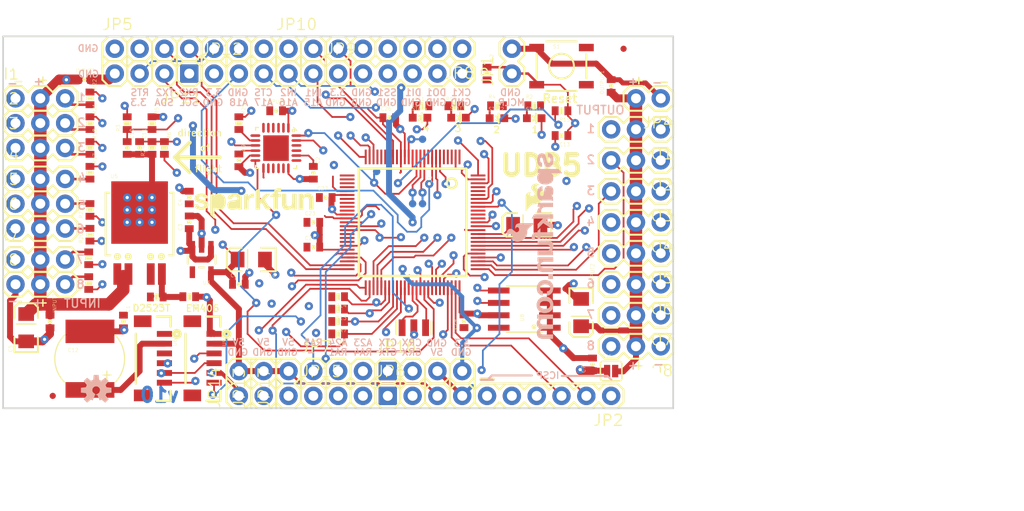
<source format=kicad_pcb>
(kicad_pcb (version 20211014) (generator pcbnew)
  (layers (0 "F.Cu" signal) (1 "In1.Cu" signal) (2 "In2.Cu" signal) (31 "B.Cu" signal) (34 "B.Paste" user) (35 "F.Paste" user) (36 "B.SilkS" user "B.Silkscreen") (37 "F.SilkS" user "F.Silkscreen") (38 "B.Mask" user) (39 "F.Mask" user) (44 "Edge.Cuts" user))
  (net 0 "")
  (net 1 "VCC")
  (net 2 "3.3V")
  (net 3 "GND")
  (net 4 "N$33")
  (net 5 "N$34")
  (net 6 "MCLR")
  (net 7 "I1")
  (net 8 "I2")
  (net 9 "I3")
  (net 10 "I4")
  (net 11 "O1")
  (net 12 "O2")
  (net 13 "O3")
  (net 14 "N$1")
  (net 15 "N$2")
  (net 16 "PGED2")
  (net 17 "PGEC2")
  (net 18 "N$14")
  (net 19 "N$15")
  (net 20 "N$17")
  (net 21 "N$18")
  (net 22 "N$19")
  (net 23 "N$20")
  (net 24 "N$21")
  (net 25 "N$27")
  (net 26 "SCL1")
  (net 27 "SDA1")
  (net 28 "GPS_TX")
  (net 29 "GPS_RX")
  (net 30 "TX2")
  (net 31 "RX2")
  (net 32 "CTS2")
  (net 33 "RTS2")
  (net 34 "I5")
  (net 35 "I6")
  (net 36 "I7")
  (net 37 "I8")
  (net 38 "O4")
  (net 39 "O5")
  (net 40 "O6")
  (net 41 "O7")
  (net 42 "O8")
  (net 43 "INT1")
  (net 44 "INT2")
  (net 45 "CTX")
  (net 46 "CRX")
  (net 47 "MPU-SCK")
  (net 48 "SS1")
  (net 49 "SCK1")
  (net 50 "SDI1")
  (net 51 "SDO1")
  (net 52 "SCL2")
  (net 53 "SDA2")
  (net 54 "RA5")
  (net 55 "RA4")
  (net 56 "RA1")
  (net 57 "AN15")
  (net 58 "AN16")
  (net 59 "AN17")
  (net 60 "AN24")
  (net 61 "LED1")
  (net 62 "LED2")
  (net 63 "LED3")
  (net 64 "LED4")
  (net 65 "N$35")
  (net 66 "N$3")
  (net 67 "N$6")
  (net 68 "N$7")
  (net 69 "N$9")
  (net 70 "5V")
  (net 71 "GPS_PPS")
  (net 72 "SVCC")
  (net 73 "AN18")
  (net 74 "AN23")
  (net 75 "MPU-INT")
  (net 76 "MPU-CS")
  (net 77 "MPU-MISO")
  (net 78 "N$13")
  (net 79 "N$16")
  (net 80 "A-VCC")
  (net 81 "A-5V")
  (net 82 "N$4")
  (net 83 "N$5")
  (net 84 "MPU-MOSI")
  (footprint "boardEagle:0402-RES" (layer "F.Cu") (at 157.1371 93.0656)
    (fp_text reference "R11")
    (fp_text value "330")
  )
  (footprint "boardEagle:LED-0603" (layer "F.Cu") (at 164.7571 94.3356 -90)
    (fp_text reference "STAT2")
    (fp_text value "green")
  )
  (footprint "boardEagle:1X03" (layer "F.Cu") (at 115.4811 103.0986)
    (fp_text reference "I5")
    (fp_text value "S")
  )
  (footprint "boardEagle:0402-RES" (layer "F.Cu") (at 126.9111 94.8436 90)
    (fp_text reference "R3")
    (fp_text value "10k")
  )
  (footprint "boardEagle:EIA3216" (layer "F.Cu") (at 116.5733 115.7986 90)
    (fp_text reference "C5")
    (fp_text value "10uF")
  )
  (footprint "boardEagle:0402-RES" (layer "F.Cu") (at 129.9337 112.649 180)
    (fp_text reference "R1")
    (fp_text value "20k")
  )
  (footprint "boardEagle:1X03" (layer "F.Cu") (at 181.5211 117.7036 180)
    (fp_text reference "O8")
    (fp_text value "RA")
  )
  (footprint "boardEagle:1X05" (layer "F.Cu") (at 135.8011 89.7636)
    (fp_text reference "JP12")
    (fp_text value "ACOM1")
  )
  (footprint "boardEagle:0402-RES" (layer "F.Cu") (at 160.3883 93.0656)
    (fp_text reference "R10")
    (fp_text value "330")
  )
  (footprint "boardEagle:EIA3216" (layer "F.Cu") (at 139.6111 108.8136 180)
    (fp_text reference "C6")
    (fp_text value "10uF")
  )
  (footprint "boardEagle:0402-CAP" (layer "F.Cu") (at 122.5296 90.3732)
    (fp_text reference "INPUT1")
    (fp_text value "0.1uF")
  )
  (footprint "boardEagle:0402-CAP" (layer "F.Cu") (at 126.9111 97.3836 -90)
    (fp_text reference "C10")
    (fp_text value "22nF")
  )
  (footprint "boardEagle:QFN-24-TESTING" (layer "F.Cu") (at 142.1511 97.3836 -90)
    (fp_text reference "U10" hide)
    (fp_text value "MPU-6000QFN-24" hide)
  )
  (footprint "boardEagle:0402-CAP" (layer "F.Cu") (at 133.2611 105.0036 90)
    (fp_text reference "C3")
    (fp_text value "1uF")
  )
  (footprint "boardEagle:0402-RES" (layer "F.Cu") (at 129.4511 94.8436 -90)
    (fp_text reference "R5")
    (fp_text value "10k")
  )
  (footprint "boardEagle:0402-RES" (layer "F.Cu") (at 168.5671 93.0656)
    (fp_text reference "R2")
    (fp_text value "330")
  )
  (footprint "boardEagle:1X02" (layer "F.Cu") (at 166.2811 89.7636 90)
    (fp_text reference "JP1")
    (fp_text value "EXT_Reset")
  )
  (footprint "boardEagle:1X02" (layer "F.Cu") (at 140.8811 122.7836 90)
    (fp_text reference "JP13")
    (fp_text value "power")
  )
  (footprint "boardEagle:EM406" (layer "F.Cu") (at 130.7211 116.4336 -90)
    (fp_text reference "U6")
    (fp_text value "D2523T_")
  )
  (footprint "boardEagle:0402-CAP" (layer "F.Cu") (at 128.1811 97.3836 -90)
    (fp_text reference "C11")
    (fp_text value "22nF")
  )
  (footprint "boardEagle:1X03" (layer "F.Cu") (at 181.5211 108.1786 180)
    (fp_text reference "O5")
    (fp_text value "RA")
  )
  (footprint "boardEagle:0402-RES" (layer "F.Cu") (at 123.1011 99.9236 -90)
    (fp_text reference "R17")
    (fp_text value "330")
  )
  (footprint "boardEagle:0402-RES" (layer "F.Cu") (at 122.9741 108.6866 90)
    (fp_text reference "R19")
    (fp_text value "330")
  )
  (footprint "boardEagle:EIA3216" (layer "F.Cu") (at 167.8051 105.2576 180)
    (fp_text reference "C28")
    (fp_text value "10uF")
  )
  (footprint "boardEagle:CREATIVE_COMMONS" (layer "F.Cu") (at 135.8011 134.2136)
    (fp_text reference "CC_TEXT1" hide)
    (fp_text value "CREATIVE_COMMONS" hide)
  )
  (footprint "boardEagle:0402-RES" (layer "F.Cu") (at 123.1011 92.3036 -90)
    (fp_text reference "R22")
    (fp_text value "330")
  )
  (footprint "boardEagle:0402-CAP" (layer "F.Cu") (at 174.5361 119.5578 90)
    (fp_text reference "C7")
    (fp_text value "0.1uF")
  )
  (footprint "boardEagle:0402-CAP" (layer "F.Cu") (at 138.3411 111.3536)
    (fp_text reference "C8")
    (fp_text value "0.1uF")
  )
  (footprint "boardEagle:EN_J2" (layer "F.Cu") (at 123.1011 118.9736)
    (fp_text reference "C12")
    (fp_text value "0.2F/3.3V")
  )
  (footprint "boardEagle:1X07" (layer "F.Cu") (at 125.6411 87.2236)
    (fp_text reference "JP5")
    (fp_text value "ST")
  )
  (footprint "boardEagle:0402-RES" (layer "F.Cu") (at 133.2611 112.6236 180)
    (fp_text reference "R8")
    (fp_text value "12.1k")
  )
  (footprint "boardEagle:0402-RES" (layer "F.Cu") (at 122.9741 111.2266 90)
    (fp_text reference "R16")
    (fp_text value "330")
  )
  (footprint "boardEagle:DPAK-5" (layer "F.Cu") (at 128.1811 105.0036)
    (fp_text reference "U5")
    (fp_text value "V_REG_NCP50X")
  )
  (footprint "boardEagle:0402-CAP" (layer "F.Cu") (at 161.3789 115.1382 90)
    (fp_text reference "C24")
    (fp_text value "0.1uF")
  )
  (footprint "boardEagle:1X03" (layer "F.Cu") (at 145.9611 120.2436)
    (fp_text reference "JP7")
    (fp_text value "extra")
  )
  (footprint "boardEagle:EIA3216" (layer "F.Cu") (at 173.3677 114.2492 -90)
    (fp_text reference "OUTPUT2")
    (fp_text value "10uF")
  )
  (footprint "boardEagle:1X02" (layer "F.Cu") (at 138.3411 122.7836 90)
    (fp_text reference "JP14")
    (fp_text value "power")
  )
  (footprint "boardEagle:SFE-NEW-WEB" (layer "F.Cu") (at 133.7691 104.6226)
    (fp_text reference "LOGO1" hide)
    (fp_text value "LOGO-SFENW2" hide)
  )
  (footprint "boardEagle:0402-CAP" (layer "F.Cu") (at 133.2611 102.4636 90)
    (fp_text reference "C4")
    (fp_text value "0.1uF")
  )
  (footprint "boardEagle:1X02" (layer "F.Cu") (at 181.5211 92.3036 180)
    (fp_text reference "JP4")
    (fp_text value "SVCC")
  )
  (footprint "boardEagle:0402-CAP" (layer "F.Cu") (at 142.1511 93.5736)
    (fp_text reference "MPU0")
    (fp_text value "0.1uF")
  )
  (footprint "boardEagle:1X03" (layer "F.Cu") (at 115.4811 94.8436)
    (fp_text reference "I2")
    (fp_text value "S")
  )
  (footprint "boardEagle:0402-CAP" (layer "F.Cu") (at 147.2311 102.4636)
    (fp_text reference "C27")
    (fp_text value "0.1uF")
  )
  (footprint "boardEagle:0402-RES" (layer "F.Cu") (at 171.3611 93.5736 180)
    (fp_text reference "R15")
    (fp_text value "470")
  )
  (footprint "boardEagle:SO08" (layer "F.Cu") (at 167.5511 113.8936 90)
    (fp_text reference "U8")
    (fp_text value "EEPROM-I2CSMD")
  )
  (footprint "boardEagle:0402-RES" (layer "F.Cu") (at 123.1011 103.7336 90)
    (fp_text reference "R23")
    (fp_text value "330")
  )
  (footprint "boardEagle:0402-CAP" (layer "F.Cu") (at 145.9611 107.5436)
    (fp_text reference "C21")
    (fp_text value "0.1uF")
  )
  (footprint "boardEagle:1X06" (layer "F.Cu") (at 161.2011 87.2236 180)
    (fp_text reference "JP8")
    (fp_text value "SPI1")
  )
  (footprint "boardEagle:EM406" (layer "F.Cu") (at 135.8011 116.4336 -90)
    (fp_text reference "U9")
    (fp_text value "EM406")
  )
  (footprint "boardEagle:1X06" (layer "F.Cu") (at 148.5011 89.7636)
    (fp_text reference "JP9")
    (fp_text value "GND")
  )
  (footprint "boardEagle:SOT23-5" (layer "F.Cu") (at 134.5311 108.8136 180)
    (fp_text reference "U3")
    (fp_text value "V_REG_LDOSMD")
  )
  (footprint "boardEagle:LED-0603" (layer "F.Cu") (at 168.5671 94.3356 -90)
    (fp_text reference "STAT1")
    (fp_text value "red")
  )
  (footprint "boardEagle:0402-CAP" (layer "F.Cu") (at 153.7335 94.2848)
    (fp_text reference "C26")
    (fp_text value "0.1uF")
  )
  (footprint "boardEagle:TQFP-100-12X12MM" (layer "F.Cu") (at 156.1211 105.0036 -90)
    (fp_text reference "U1")
    (fp_text value "DSPIC33FJ256GP710_")
  )
  (footprint "boardEagle:1X04" (layer "F.Cu") (at 133.2611 89.7636 180)
    (fp_text reference "JP11")
    (fp_text value "I2C")
  )
  (footprint "boardEagle:0402-CAP" (layer "F.Cu") (at 126.5301 115.1636 -90)
    (fp_text reference "C1")
    (fp_text value "1uF")
  )
  (footprint "boardEagle:1X02" (layer "F.Cu") (at 143.4211 122.7836 90)
    (fp_text reference "JP17")
    (fp_text value "power")
  )
  (footprint "boardEagle:0402-CAP" (layer "F.Cu") (at 119.0117 115.1636 -90)
    (fp_text reference "INPUT2")
    (fp_text value "0.1uF")
  )
  (footprint "boardEagle:1X04" (layer "F.Cu") (at 153.5811 120.2436)
    (fp_text reference "JP16")
    (fp_text value "extra")
  )
  (footprint "boardEagle:STAND-OFF" (layer "F.Cu") (at 116.7511 121.5136)
    (fp_text reference "U$3" hide)
    (fp_text value "STAND-OFF" hide)
  )
  (footprint "boardEagle:1X03" (layer "F.Cu") (at 181.5211 111.3536 180)
    (fp_text reference "O6")
    (fp_text value "RA")
  )
  (footprint "boardEagle:STAND-OFF" (layer "F.Cu") (at 180.2511 88.4936)
    (fp_text reference "U$4" hide)
    (fp_text value "STAND-OFF" hide)
  )
  (footprint "boardEagle:1X03" (layer "F.Cu") (at 181.5211 105.0036 180)
    (fp_text reference "O4")
    (fp_text value "RA")
  )
  (footprint "boardEagle:1X03" (layer "F.Cu") (at 115.4811 105.6386)
    (fp_text reference "I6")
    (fp_text value "S")
  )
  (footprint "boardEagle:1X03" (layer "F.Cu") (at 115.4811 92.3036)
    (fp_text reference "I1")
    (fp_text value "S")
  )
  (footprint "boardEagle:1X03" (layer "F.Cu") (at 181.5211 101.8286 180)
    (fp_text reference "O3")
    (fp_text value "RA")
  )
  (footprint "boardEagle:0402-RES" (layer "F.Cu") (at 163.7411 89.7636 -90)
    (fp_text reference "R12")
    (fp_text value "10k")
  )
  (footprint "boardEagle:1X03" (layer "F.Cu") (at 181.5211 98.6536 180)
    (fp_text reference "O2")
    (fp_text value "RA")
  )
  (footprint "boardEagle:1X03" (layer "F.Cu") (at 115.4811 108.8136)
    (fp_text reference "I7")
    (fp_text value "S")
  )
  (footprint "boardEagle:STAND-OFF" (layer "F.Cu") (at 116.7511 88.4936)
    (fp_text reference "U$2" hide)
    (fp_text value "STAND-OFF" hide)
  )
  (footprint "boardEagle:RESONATOR-SMD" (layer "F.Cu") (at 156.2481 115.7986)
    (fp_text reference "Y1")
    (fp_text value "RESONATORSMD")
  )
  (footprint "boardEagle:FIDUCIAL-1X2.5" (layer "F.Cu") (at 177.7111 87.2236)
    (fp_text reference "JP19" hide)
    (fp_text value "FIDUCIAL1X2.5" hide)
  )
  (footprint "boardEagle:0402-RES" (layer "F.Cu") (at 123.1011 94.8436 -90)
    (fp_text reference "R21")
    (fp_text value "330")
  )
  (footprint "boardEagle:1X02" (layer "F.Cu") (at 143.4211 87.2236)
    (fp_text reference "JP10")
    (fp_text value "INT")
  )
  (footprint "boardEagle:0402-RES" (layer "F.Cu") (at 130.7211 97.3836 -90)
    (fp_text reference "R6")
    (fp_text value "10k")
  )
  (footprint "boardEagle:1X03" (layer "F.Cu") (at 115.4811 97.3836)
    (fp_text reference "I3")
    (fp_text value "S")
  )
  (footprint "boardEagle:1X03" (layer "F.Cu") (at 181.5211 95.4786 180)
    (fp_text reference "O1")
    (fp_text value "RA")
  )
  (footprint "boardEagle:1X06" (layer "F.Cu") (at 176.4411 122.7836 180)
    (fp_text reference "JP2")
    (fp_text value "prog")
  )
  (footprint "boardEagle:1X03" (layer "F.Cu") (at 181.5211 114.5286 180)
    (fp_text reference "O7")
    (fp_text value "RA")
  )
  (footprint "boardEagle:1X03" (layer "F.Cu") (at 115.4811 111.3536)
    (fp_text reference "I8")
    (fp_text value "S")
  )
  (footprint "boardEagle:1X03" (layer "F.Cu") (at 115.4811 100.5586)
    (fp_text reference "I4")
    (fp_text value "S")
  )
  (footprint "boardEagle:1X03" (layer "F.Cu") (at 145.9611 122.7836)
    (fp_text reference "JP15")
    (fp_text value "extra")
  )
  (footprint "boardEagle:1X04" (layer "F.Cu") (at 153.5811 122.7836)
    (fp_text reference "JP6")
    (fp_text value "SG")
  )
  (footprint "boardEagle:0402-RES" (layer "F.Cu") (at 148.5011 115.1636 180)
    (fp_text reference "R7")
    (fp_text value "4.7k")
  )
  (footprint "boardEagle:0402-RES" (layer "F.Cu") (at 148.5011 112.6236 180)
    (fp_text reference "R14")
    (fp_text value "4.7k")
  )
  (footprint "boardEagle:0402-CAP" (layer "F.Cu") (at 145.9611 105.0036)
    (fp_text reference "C23")
    (fp_text value "0.1uF")
  )
  (footprint "boardEagle:0402-RES" (layer "F.Cu") (at 138.3411 94.8436 -90)
    (fp_text reference "R25")
    (fp_text value "1k")
  )
  (footprint "boardEagle:FIDUCIAL-1X2.5" (layer "F.Cu") (at 119.2911 122.7836)
    (fp_text reference "JP18" hide)
    (fp_text value "FIDUCIAL1X2.5" hide)
  )
  (footprint "boardEagle:LED-0603" (layer "F.Cu") (at 160.8201 94.2848 -90)
    (fp_text reference "STAT3")
    (fp_text value "yellow")
  )
  (footprint "boardEagle:0402-RES" (layer "F.Cu") (at 129.4511 97.3836 90)
    (fp_text reference "R24")
    (fp_text value "10k")
  )
  (footprint "boardEagle:0402-CAP" (layer "F.Cu") (at 138.3411 98.6536 -90)
    (fp_text reference "C9")
    (fp_text value "0.1uF")
  )
  (footprint "boardEagle:0402-CAP" (layer "F.Cu") (at 145.9611 99.9236 -90)
    (fp_text reference "C2")
    (fp_text value "2.2nF")
  )
  (footprint "boardEagle:SJ_2S" (layer "F.Cu") (at 176.4411 120.2436)
    (fp_text reference "SJ1")
    (fp_text value "SOLDERJUMPERNC")
  )
  (footprint "boardEagle:0402-CAP" (layer "F.Cu") (at 176.4411 91.0336 90)
    (fp_text reference "OUTPUT1")
    (fp_text value "0.1uF")
  )
  (footprint "boardEagle:LED-0603" (layer "F.Cu") (at 156.8831 94.2848 -90)
    (fp_text reference "STAT4")
    (fp_text value "blue")
  )
  (footprint "boardEagle:STAND-OFF" (layer "F.Cu") (at 180.2511 121.5136)
    (fp_text reference "U$5" hide)
    (fp_text value "STAND-OFF" hide)
  )
  (footprint "boardEagle:TACTILE_SWITCH_SMD" (layer "F.Cu") (at 171.3611 89.0016)
    (fp_text reference "S1")
    (fp_text value "SWITCH-MOMENTARY-2SMD")
  )
  (footprint "boardEagle:0402-RES" (layer "F.Cu") (at 164.7571 93.0656)
    (fp_text reference "R4")
    (fp_text value "330")
  )
  (footprint "boardEagle:SFE-LOGO-FLAME" (layer "F.Cu") (at 167.7035 103.8479)
    (fp_text reference "U$10" hide)
    (fp_text value "LOGO-SFESK" hide)
  )
  (footprint "boardEagle:0402-RES" (layer "F.Cu") (at 123.1011 97.3836 -90)
    (fp_text reference "R18")
    (fp_text value "330")
  )
  (footprint "boardEagle:0402-RES" (layer "F.Cu") (at 148.5011 116.4336 180)
    (fp_text reference "R9")
    (fp_text value "4.7k")
  )
  (footprint "boardEagle:0402-CAP" (layer "F.Cu") (at 171.3611 96.1136 180)
    (fp_text reference "C13")
    (fp_text value "0.1uF")
  )
  (footprint "boardEagle:0402-RES" (layer "F.Cu") (at 123.1011 106.2736 90)
    (fp_text reference "R20")
    (fp_text value "330")
  )
  (footprint "boardEagle:0402-RES" (layer "F.Cu") (at 148.5011 113.8936 180)
    (fp_text reference "R13")
    (fp_text value "4.7k")
  )
  (footprint "boardEagle:PAD.03X.03" (layer "B.Cu") (at 157.1371 96.4946 180)
    (fp_text reference "TP1" hide)
    (fp_text value "TEST-POINT3" hide)
  )
  (footprint "boardEagle:PAD.03X.03" (layer "B.Cu") (at 152.4381 99.7966 180)
    (fp_text reference "TP4" hide)
    (fp_text value "TEST-POINT3" hide)
  )
  (footprint "boardEagle:OSHW-LOGO-S" (layer "B.Cu") (at 123.7361 122.1994 180)
    (fp_text reference "U$9" hide)
    (fp_text value "OSHW-LOGOS" hide)
  )
  (footprint "boardEagle:PAD.03X.03" (layer "B.Cu") (at 157.1371 103.0986 180)
    (fp_text reference "TP2" hide)
    (fp_text value "TEST-POINT3" hide)
  )
  (footprint "boardEagle:SFE-NEW-WEBLOGO" (layer "B.Cu") (at 171.4373 97.8916 -90)
    (fp_text reference "JP3" hide)
    (fp_text value "LOGO-SFENEW" hide)
  )
  (footprint "boardEagle:PAD.03X.03" (layer "B.Cu") (at 156.1211 103.0986 180)
    (fp_text reference "TP3" hide)
    (fp_text value "TEST-POINT3" hide)
  )
  (gr_line (start 171.3865 120.7389) (end 176.0601 120.7389) (layer "B.SilkS") (width 0.2032))
  (gr_line (start 164.2237 120.6881) (end 163.7665 121.1453) (layer "B.SilkS") (width 0.2032))
  (gr_line (start 164.3761 121.1326) (end 163.1061 121.1326) (layer "B.SilkS") (width 0.254))
  (gr_line (start 176.0601 120.7389) (end 176.4665 121.1453) (layer "B.SilkS") (width 0.2032))
  (gr_line (start 168.3258 120.6881) (end 164.2237 120.6881) (layer "B.SilkS") (width 0.2032))
  (gr_line (start 152.3111 119.5578) (end 152.3111 123.4694) (layer "F.SilkS") (width 0.2032))
  (gr_line (start 154.8511 86.5886) (end 154.8511 87.8586) (layer "F.SilkS") (width 0.2032))
  (gr_line (start 147.2311 119.5578) (end 147.2311 123.4694) (layer "F.SilkS") (width 0.2032))
  (gr_line (start 139.6111 86.5886) (end 139.6111 90.3986) (layer "F.SilkS") (width 0.2032))
  (gr_line (start 163.1061 121.0056) (end 164.3761 121.0056) (layer "F.SilkS") (width 0.254))
  (gr_line (start 137.0711 86.5886) (end 137.0711 90.5256) (layer "F.SilkS") (width 0.2032))
  (gr_line (start 142.1511 118.9736) (end 143.4211 118.9736) (layer "F.SilkS") (width 0.2032))
  (gr_line (start 144.6911 120.2436) (end 144.6911 122.7836) (layer "F.SilkS") (width 0.2032))
  (gr_line (start 129.4511 86.5886) (end 129.4511 90.3986) (layer "F.SilkS") (width 0.2032))
  (gr_line (start 152.3111 86.5886) (end 152.3111 87.8586) (layer "F.SilkS") (width 0.2032))
  (gr_line (start 157.3911 119.5578) (end 157.3911 123.4694) (layer "F.SilkS") (width 0.2032))
  (gr_line (start 134.5311 86.5886) (end 134.5311 90.5256) (layer "F.SilkS") (width 0.2032))
  (gr_line (start 136.3599 98.3488) (end 131.7879 98.3488) (layer "F.SilkS") (width 0.4064))
  (gr_line (start 142.1511 86.5886) (end 142.1511 90.5256) (layer "F.SilkS") (width 0.2032))
  (gr_line (start 163.7411 121.5136) (end 176.4411 121.5136) (layer "F.SilkS") (width 0.2032))
  (gr_line (start 142.1511 118.9736) (end 142.1511 124.0536) (layer "F.SilkS") (width 0.2032))
  (gr_line (start 157.3911 86.5886) (end 157.3911 87.8586) (layer "F.SilkS") (width 0.2032))
  (gr_line (start 131.7879 98.3488) (end 133.3119 99.8728) (layer "F.SilkS") (width 0.4064))
  (gr_line (start 126.9111 86.5886) (end 126.9111 90.3986) (layer "F.SilkS") (width 0.2032))
  (gr_line (start 159.9311 86.5886) (end 159.9311 87.8586) (layer "F.SilkS") (width 0.2032))
  (gr_line (start 137.0711 120.2436) (end 137.0711 122.7836) (layer "F.SilkS") (width 0.2032))
  (gr_line (start 124.3711 87.2236) (end 124.3711 89.7636) (layer "F.SilkS") (width 0.2032))
  (gr_line (start 139.6111 118.9736) (end 139.6111 124.0536) (layer "F.SilkS") (width 0.2032))
  (gr_line (start 131.7879 98.3488) (end 133.3119 96.8248) (layer "F.SilkS") (width 0.4064))
  (gr_line (start 154.8511 119.5578) (end 154.8511 123.4694) (layer "F.SilkS") (width 0.2032))
  (gr_line (start 147.2311 86.5886) (end 147.2311 90.3986) (layer "F.SilkS") (width 0.2032))
  (gr_line (start 131.9911 86.4616) (end 131.9911 90.3986) (layer "F.SilkS") (width 0.2032))
  (gr_line (start 138.3411 118.9736) (end 142.1511 118.9736) (layer "F.SilkS") (width 0.2032))
  (gr_line (start 149.7711 119.5578) (end 149.7711 123.4694) (layer "F.SilkS") (width 0.2032))
  (gr_line (start 159.9311 119.5578) (end 159.9311 123.4694) (layer "F.SilkS") (width 0.2032))
  (gr_line (start 149.7711 86.5886) (end 149.7711 87.8586) (layer "F.SilkS") (width 0.2032))
  (gr_line (start 144.6911 86.5886) (end 144.6911 90.3986) (layer "F.SilkS") (width 0.2032))
  (gr_line (start 162.4711 120.2436) (end 162.4711 122.7836) (layer "F.SilkS") (width 0.2032))
  (gr_line (start 114.2111 124.0536) (end 182.7911 124.0536) (layer "Edge.Cuts") (width 0.1778))
  (gr_line (start 182.7911 124.0536) (end 182.7911 85.9536) (layer "Edge.Cuts") (width 0.1778))
  (gr_line (start 182.7911 85.9536) (end 114.2111 85.9536) (layer "Edge.Cuts") (width 0.1778))
  (gr_line (start 114.2111 85.9536) (end 114.2111 124.0536) (layer "Edge.Cuts") (width 0.1778))
  (gr_text "v10" (at 132.3721 123.5456) (layer "B.Cu") (effects (font (size 1.45796 1.45796) (thickness 0.32004)) (justify left bottom mirror)))
  (gr_text "2" (at 122.7455 95.3008) (layer "B.SilkS") (effects (font (size 0.8636 0.8636) (thickness 0.1524)) (justify left bottom mirror)))
  (gr_text "3.3" (at 162.0774 117.7648) (layer "B.SilkS") (effects (font (size 0.69088 0.69088) (thickness 0.12192)) (justify left bottom mirror)))
  (gr_text "3" (at 122.7455 97.8408) (layer "B.SilkS") (effects (font (size 0.8636 0.8636) (thickness 0.1524)) (justify left bottom mirror)))
  (gr_text "RTS" (at 129.2225 92.1108) (layer "B.SilkS") (effects (font (size 0.69088 0.69088) (thickness 0.12192)) (justify left bottom mirror)))
  (gr_text "GND" (at 154.5717 93.1268) (layer "B.SilkS") (effects (font (size 0.69088 0.69088) (thickness 0.12192)) (justify left bottom mirror)))
  (gr_text "GND" (at 141.9098 118.7173) (layer "B.SilkS") (effects (font (size 0.69088 0.69088) (thickness 0.12192)) (justify left bottom mirror)))
  (gr_text "GND" (at 124.0917 90.2058) (layer "B.SilkS") (effects (font (size 0.69088 0.69088) (thickness 0.12192)) (justify left bottom mirror)))
  (gr_text "+" (at 118.3846 113.7067) (layer "B.SilkS") (effects (font (size 0.8636 0.8636) (thickness 0.1524)) (justify left bottom mirror)))
  (gr_text "DO1" (at 159.6517 92.1108) (layer "B.SilkS") (effects (font (size 0.69088 0.69088) (thickness 0.12192)) (justify left bottom mirror)))
  (gr_text "-" (at 181.8005 91.1606) (layer "B.SilkS") (effects (font (size 0.8636 0.8636) (thickness 0.1524)) (justify left bottom mirror)))
  (gr_text "IN1" (at 146.9009 92.1362) (layer "B.SilkS") (effects (font (size 0.69088 0.69088) (thickness 0.12192)) (justify left bottom mirror)))
  (gr_text "4" (at 122.7709 100.965) (layer "B.SilkS") (effects (font (size 0.8636 0.8636) (thickness 0.1524)) (justify left bottom mirror)))
  (gr_text "-" (at 181.9275 120.0404) (layer "B.SilkS") (effects (font (size 0.8636 0.8636) (thickness 0.1524)) (justify left bottom mirror)))
  (gr_text "IN2" (at 144.3609 92.1108) (layer "B.SilkS") (effects (font (size 0.69088 0.69088) (thickness 0.12192)) (justify left bottom mirror)))
  (gr_text "8" (at 122.6439 111.8616) (layer "B.SilkS") (effects (font (size 0.8636 0.8636) (thickness 0.1524)) (justify left bottom mirror)))
  (gr_text "GND" (at 159.6517 93.1268) (layer "B.SilkS") (effects (font (size 0.69088 0.69088) (thickness 0.12192)) (justify left bottom mirror)))
  (gr_text "3" (at 174.8663 102.2708) (layer "B.SilkS") (effects (font (size 0.8636 0.8636) (thickness 0.1524)) (justify left bottom mirror)))
  (gr_text "RA5" (at 146.9898 117.7394) (layer "B.SilkS") (effects (font (size 0.69088 0.69088) (thickness 0.12192)) (justify left bottom mirror)))
  (gr_text "5V" (at 144.1069 117.6886) (layer "B.SilkS") (effects (font (size 0.69088 0.69088) (thickness 0.12192)) (justify left bottom mirror)))
  (gr_text "GND" (at 159.7152 117.7648) (layer "B.SilkS") (effects (font (size 0.69088 0.69088) (thickness 0.12192)) (justify left bottom mirror)))
  (gr_text "GTX" (at 154.6098 118.7173) (layer "B.SilkS") (effects (font (size 0.69088 0.69088) (thickness 0.12192)) (justify left bottom mirror)))
  (gr_text "GND" (at 144.4498 118.7173) (layer "B.SilkS") (effects (font (size 0.69088 0.69088) (thickness 0.12192)) (justify left bottom mirror)))
  (gr_text "5" (at 122.7709 103.759) (layer "B.SilkS") (effects (font (size 0.8636 0.8636) (thickness 0.1524)) (justify left bottom mirror)))
  (gr_text "5V" (at 139.0269 117.6886) (layer "B.SilkS") (effects (font (size 0.69088 0.69088) (thickness 0.12192)) (justify left bottom mirror)))
  (gr_text "CRX" (at 157.1498 117.7394) (layer "B.SilkS") (effects (font (size 0.69088 0.69088) (thickness 0.12192)) (justify left bottom mirror)))
  (gr_text "A16" (at 144.4371 93.1268) (layer "B.SilkS") (effects (font (size 0.69088 0.69088) (thickness 0.12192)) (justify left bottom mirror)))
  (gr_text "5" (at 174.8663 108.6208) (layer "B.SilkS") (effects (font (size 0.8636 0.8636) (thickness 0.1524)) (justify left bottom mirror)))
  (gr_text "A17" (at 141.8971 93.1268) (layer "B.SilkS") (effects (font (size 0.69088 0.69088) (thickness 0.12192)) (justify left bottom mirror)))
  (gr_text "SDA" (at 131.7371 93.1268) (layer "B.SilkS") (effects (font (size 0.69088 0.69088) (thickness 0.12192)) (justify left bottom mirror)))
  (gr_text "RA4" (at 152.0698 118.7173) (layer "B.SilkS") (effects (font (size 0.69088 0.69088) (thickness 0.12192)) (justify left bottom mirror)))
  (gr_text "A18" (at 139.3571 93.1268) (layer "B.SilkS") (effects (font (size 0.69088 0.69088) (thickness 0.12192)) (justify left bottom mirror)))
  (gr_text "GND" (at 149.3647 93.1268) (layer "B.SilkS") (effects (font (size 0.69088 0.69088) (thickness 0.12192)) (justify left bottom mirror)))
  (gr_text "RA1" (at 149.5298 118.7173) (layer "B.SilkS") (effects (font (size 0.69088 0.69088) (thickness 0.12192)) (justify left bottom mirror)))
  (gr_text "GND" (at 152.0317 93.1268) (layer "B.SilkS") (effects (font (size 0.69088 0.69088) (thickness 0.12192)) (justify left bottom mirror)))
  (gr_text "1" (at 174.8663 95.9208) (layer "B.SilkS") (effects (font (size 0.8636 0.8636) (thickness 0.1524)) (justify left bottom mirror)))
  (gr_text "A23" (at 152.0698 117.7394) (layer "B.SilkS") (effects (font (size 0.69088 0.69088) (thickness 0.12192)) (justify left bottom mirror)))
  (gr_text "TX2" (at 131.7625 92.1108) (layer "B.SilkS") (effects (font (size 0.69088 0.69088) (thickness 0.12192)) (justify left bottom mirror)))
  (gr_text "3.3" (at 149.3647 92.1108) (layer "B.SilkS") (effects (font (size 0.69088 0.69088) (thickness 0.12192)) (justify left bottom mirror)))
  (gr_text "GND" (at 157.1117 93.1268) (layer "B.SilkS") (effects (font (size 0.69088 0.69088) (thickness 0.12192)) (justify left bottom mirror)))
  (gr_text "GND" (at 139.3698 118.7173) (layer "B.SilkS") (effects (font (size 0.69088 0.69088) (thickness 0.12192)) (justify left bottom mirror)))
  (gr_text "+" (at 179.324 120.142) (layer "B.SilkS") (effects (font (size 0.8636 0.8636) (thickness 0.1524)) (justify left bottom mirror)))
  (gr_text "A24" (at 149.5298 117.7394) (layer "B.SilkS") (effects (font (size 0.69088 0.69088) (thickness 0.12192)) (justify left bottom mirror)))
  (gr_text "SS1" (at 154.5717 92.1108) (layer "B.SilkS") (effects (font (size 0.69088 0.69088) (thickness 0.12192)) (justify left bottom mirror)))
  (gr_text "2" (at 174.8663 99.0958) (layer "B.SilkS") (effects (font (size 0.8636 0.8636) (thickness 0.1524)) (justify left bottom mirror)))
  (gr_text "5V" (at 141.5669 117.6886) (layer "B.SilkS") (effects (font (size 0.69088 0.69088) (thickness 0.12192)) (justify left bottom mirror)))
  (gr_text "7" (at 122.6439 109.3216) (layer "B.SilkS") (effects (font (size 0.8636 0.8636) (thickness 0.1524)) (justify left bottom mirror)))
  (gr_text "5V" (at 159.3088 118.7173) (layer "B.SilkS") (effects (font (size 0.69088 0.69088) (thickness 0.12192)) (justify left bottom mirror)))
  (gr_text "GND" (at 124.0409 87.5896) (layer "B.SilkS") (effects (font (size 0.69088 0.69088) (thickness 0.12192)) (justify left bottom mirror)))
  (gr_text "RX2" (at 134.3025 92.1108) (layer "B.SilkS") (effects (font (size 0.69088 0.69088) (thickness 0.12192)) (justify left bottom mirror)))
  (gr_text "GND" (at 152.0317 92.1108) (layer "B.SilkS") (effects (font (size 0.69088 0.69088) (thickness 0.12192)) (justify left bottom mirror)))
  (gr_text "CTS" (at 141.8717 92.1108) (layer "B.SilkS") (effects (font (size 0.69088 0.69088) (thickness 0.12192)) (justify left bottom mirror)))
  (gr_text "6" (at 122.6439 106.172) (layer "B.SilkS") (effects (font (size 0.8636 0.8636) (thickness 0.1524)) (justify left bottom mirror)))
  (gr_text "-" (at 146.2278 118.7173) (layer "B.SilkS") (effects (font (size 0.69088 0.69088) (thickness 0.12192)) (justify left bottom mirror)))
  (gr_text "OUTPUT" (at 177.8889 94.0054) (layer "B.SilkS") (effects (font (size 0.8636 0.8636) (thickness 0.1524)) (justify left bottom mirror)))
  (gr_text "+" (at 179.324 91.0844) (layer "B.SilkS") (effects (font (size 0.8636 0.8636) (thickness 0.1524)) (justify left bottom mirror)))
  (gr_text "GRX" (at 157.1498 118.7173) (layer "B.SilkS") (effects (font (size 0.69088 0.69088) (thickness 0.12192)) (justify left bottom mirror)))
  (gr_text "-" (at 115.8033 91.2547) (layer "B.SilkS") (effects (font (size 0.8636 0.8636) (thickness 0.1524)) (justify left bottom mirror)))
  (gr_text "GND" (at 167.2717 92.1108) (layer "B.SilkS") (effects (font (size 0.69088 0.69088) (thickness 0.12192)) (justify left bottom mirror)))
  (gr_text "ICSP" (at 171.2087 121.0945) (layer "B.SilkS") (effects (font (size 0.69088 0.69088) (thickness 0.12192)) (justify left bottom mirror)))
  (gr_text "7" (at 174.8663 114.9708) (layer "B.SilkS") (effects (font (size 0.8636 0.8636) (thickness 0.1524)) (justify left bottom mirror)))
  (gr_text "CK1" (at 162.1917 92.1108) (layer "B.SilkS") (effects (font (size 0.69088 0.69088) (thickness 0.12192)) (justify left bottom mirror)))
  (gr_text "3.3" (at 136.6901 92.1108) (layer "B.SilkS") (effects (font (size 0.69088 0.69088) (thickness 0.12192)) (justify left bottom mirror)))
  (gr_text "GND" (at 139.3825 92.1108) (layer "B.SilkS") (effects (font (size 0.69088 0.69088) (thickness 0.12192)) (justify left bottom mirror)))
  (gr_text "6" (at 174.8663 111.7958) (layer "B.SilkS") (effects (font (size 0.8636 0.8636) (thickness 0.1524)) (justify left bottom mirror)))
  (gr_text "SCL" (at 134.2771 93.1268) (layer "B.SilkS") (effects (font (size 0.69088 0.69088) (thickness 0.12192)) (justify left bottom mirror)))
  (gr_text "CTX" (at 154.6098 117.7394) (layer "B.SilkS") (effects (font (size 0.69088 0.69088) (thickness 0.12192)) (justify left bottom mirror)))
  (gr_text "GND" (at 136.8171 93.1268) (layer "B.SilkS") (effects (font (size 0.69088 0.69088) (thickness 0.12192)) (justify left bottom mirror)))
  (gr_text "-" (at 115.8287 113.5559) (layer "B.SilkS") (effects (font (size 0.8636 0.8636) (thickness 0.1524)) (justify left bottom mirror)))
  (gr_text "A15" (at 146.9771 93.1268) (layer "B.SilkS") (effects (font (size 0.69088 0.69088) (thickness 0.12192)) (justify left bottom mirror)))
  (gr_text "4" (at 174.8663 105.4458) (layer "B.SilkS") (effects (font (size 0.8636 0.8636) (thickness 0.1524)) (justify left bottom mirror)))
  (gr_text "3.3" (at 136.6901 92.1108) (layer "B.SilkS") (effects (font (size 0.69088 0.69088) (thickness 0.12192)) (justify left bottom mirror)))
  (gr_text "1" (at 122.7455 92.7608) (layer "B.SilkS") (effects (font (size 0.8636 0.8636) (thickness 0.1524)) (justify left bottom mirror)))
  (gr_text "+" (at 118.4862 91.0499) (layer "B.SilkS") (effects (font (size 0.8636 0.8636) (thickness 0.1524)) (justify left bottom mirror)))
  (gr_text "MCLR" (at 167.6781 93.1268) (layer "B.SilkS") (effects (font (size 0.69088 0.69088) (thickness 0.12192)) (justify left bottom mirror)))
  (gr_text "GND" (at 162.1917 93.1268) (layer "B.SilkS") (effects (font (size 0.69088 0.69088) (thickness 0.12192)) (justify left bottom mirror)))
  (gr_text "INPUT" (at 124.2949 113.8174) (layer "B.SilkS") (effects (font (size 0.8636 0.8636) (thickness 0.1524)) (justify left bottom mirror)))
  (gr_text "DI1" (at 157.1117 92.1108) (layer "B.SilkS") (effects (font (size 0.69088 0.69088) (thickness 0.12192)) (justify left bottom mirror)))
  (gr_text "8" (at 174.8663 118.1458) (layer "B.SilkS") (effects (font (size 0.8636 0.8636) (thickness 0.1524)) (justify left bottom mirror)))
  (gr_text "3.3" (at 128.9685 93.1268) (layer "B.SilkS") (effects (font (size 0.69088 0.69088) (thickness 0.12192)) (justify left bottom mirror)))
  (gr_text "GND" (at 162.2298 118.7173) (layer "B.SilkS") (effects (font (size 0.69088 0.69088) (thickness 0.12192)) (justify left bottom mirror)))
  (gr_text "3" (at 160.3629 95.7938) (layer "F.SilkS") (effects (font (size 0.69088 0.69088) (thickness 0.12192)) (justify left bottom)))
  (gr_text "flight" (at 133.7691 99.9236) (layer "F.SilkS") (effects (font (size 0.69088 0.69088) (thickness 0.12192)) (justify left bottom)))
  (gr_text "UDB5" (at 164.8587 100.3808) (layer "F.SilkS") (effects (font (size 2.0574 2.0574) (thickness 0.4826)) (justify left bottom)))
  (gr_text "-" (at 181.2083 91.1023) (layer "F.SilkS") (effects (font (size 0.8636 0.8636) (thickness 0.1524)) (justify left bottom)))
  (gr_text "+" (at 117.648 90.8975) (layer "F.SilkS") (effects (font (size 0.8636 0.8636) (thickness 0.1524)) (justify left bottom)))
  (gr_text "EM406" (at 132.842 114.2215) (layer "F.SilkS") (effects (font (size 0.69088 0.69088) (thickness 0.12192)) (justify left bottom)))
  (gr_text "2" (at 164.2999 95.9208) (layer "F.SilkS") (effects (font (size 0.69088 0.69088) (thickness 0.12192)) (justify left bottom)))
  (gr_text "of" (at 134.2771 97.7646) (layer "F.SilkS") (effects (font (size 0.69088 0.69088) (thickness 0.12192)) (justify left bottom)))
  (gr_text "+" (at 178.6382 90.932) (layer "F.SilkS") (effects (font (size 0.8636 0.8636) (thickness 0.1524)) (justify left bottom)))
  (gr_text "D2523T" (at 127.381 114.1961) (layer "F.SilkS") (effects (font (size 0.69088 0.69088) (thickness 0.12192)) (justify left bottom)))
  (gr_text "4" (at 157.0863 95.743) (layer "F.SilkS") (effects (font (size 0.69088 0.69088) (thickness 0.12192)) (justify left bottom)))
  (gr_text "-" (at 181.1655 120.0404) (layer "F.SilkS") (effects (font (size 0.8636 0.8636) (thickness 0.1524)) (justify left bottom)))
  (gr_text "-" (at 115.1429 91.0261) (layer "F.SilkS") (effects (font (size 0.8636 0.8636) (thickness 0.1524)) (justify left bottom)))
  (gr_text "1" (at 168.2369 95.9208) (layer "F.SilkS") (effects (font (size 0.69088 0.69088) (thickness 0.12192)) (justify left bottom)))
  (gr_text "+" (at 178.6128 120.142) (layer "F.SilkS") (effects (font (size 0.8636 0.8636) (thickness 0.1524)) (justify left bottom)))
  (gr_text "-" (at 115.1175 113.5559) (layer "F.SilkS") (effects (font (size 0.8636 0.8636) (thickness 0.1524)) (justify left bottom)))
  (gr_text "Reset" (at 169.3164 92.8243) (layer "F.SilkS") (effects (font (size 0.8636 0.8636) (thickness 0.1524)) (justify left bottom)))
  (gr_text "direction" (at 131.9911 96.2406) (layer "F.SilkS") (effects (font (size 0.69088 0.69088) (thickness 0.12192)) (justify left bottom)))
  (gr_text "+" (at 117.648 113.7067) (layer "F.SilkS") (effects (font (size 0.8636 0.8636) (thickness 0.1524)) (justify left bottom)))
  (segment (start 118.0211 100.5586) (end 118.0211 97.3836) (width 1.27) (layer "F.Cu") (net 1))
  (segment (start 118.0211 94.8436) (end 118.0211 92.3036) (width 1.27) (layer "F.Cu") (net 1))
  (segment (start 120.6881 90.3986) (end 120.5865 90.3986) (width 0.1778) (layer "F.Cu") (net 1))
  (segment (start 126.9111 93.3196) (end 126.6571 93.0656) (width 0.1778) (layer "F.Cu") (net 1))
  (segment (start 132.3721 107.9246) (end 133.17 107.9246) (width 0.6096) (layer "F.Cu") (net 1))
  (segment (start 126.5047 110.5154) (end 126.8293 110.5154) (width 0.6096) (layer "F.Cu") (net 1))
  (segment (start 133.17 107.9246) (end 133.5811 107.5135) (width 0.6096) (layer "F.Cu") (net 1))
  (segment (start 126.1129 110.5154) (end 125.9011 110.3036) (width 0.6096) (layer "F.Cu") (net 1))
  (segment (start 119.9515 90.3732) (end 120.5611 90.3732) (width 1.016) (layer "F.Cu") (net 1))
  (segment (start 126.5047 110.5154) (end 126.1129 110.5154) (width 0.6096) (layer "F.Cu") (net 1))
  (segment (start 174.5361 120.2078) (end 175.9934 120.2078) (width 0.6096) (layer "F.Cu") (net 1))
  (segment (start 118.0211 97.3836) (end 118.0211 94.8436) (width 1.27) (layer "F.Cu") (net 1))
  (segment (start 125.0315 113.411) (end 126.5047 111.9378) (width 1.27) (layer "F.Cu") (net 1))
  (segment (start 118.0211 103.0986) (end 118.0211 100.5586) (width 1.27) (layer "F.Cu") (net 1))
  (segment (start 173.3019 120.2078) (end 174.5361 120.2078) (width 0.889) (layer "F.Cu") (net 1))
  (segment (start 126.8293 110.5154) (end 127.0411 110.3036) (width 0.6096) (layer "F.Cu") (net 1))
  (segment (start 118.0465 113.3856) (end 118.0465 112.8522) (width 1.27) (layer "F.Cu") (net 1))
  (segment (start 133.5811 107.5135) (end 133.5811 108.4986) (width 0.6096) (layer "F.Cu") (net 1))
  (segment (start 118.0211 111.3536) (end 118.0211 108.8136) (width 1.27) (layer "F.Cu") (net 1))
  (segment (start 118.0211 108.8136) (end 118.0211 105.6386) (width 1.27) (layer "F.Cu") (net 1))
  (segment (start 118.0211 113.411) (end 118.0465 113.3856) (width 1.27) (layer "F.Cu") (net 1))
  (segment (start 116.5733 114.3986) (end 117.5609 113.411) (width 1.27) (layer "F.Cu") (net 1))
  (segment (start 117.5609 113.411) (end 118.0211 113.411) (width 1.27) (layer "F.Cu") (net 1))
  (segment (start 135.4811 108.4986) (end 135.4811 107.5135) (width 0.6096) (layer "F.Cu") (net 1))
  (segment (start 173.2661 120.0912) (end 173.3019 120.2078) (width 0.889) (layer "F.Cu") (net 1))
  (segment (start 120.5611 90.3732) (end 121.8796 90.3732) (width 1.016) (layer "F.Cu") (net 1))
  (segment (start 118.0211 113.411) (end 119.2911 113.411) (width 1.27) (layer "F.Cu") (net 1))
  (segment (start 126.9111 94.1936) (end 126.9111 93.3196) (width 0.1778) (layer "F.Cu") (net 1))
  (segment (start 133.8961 108.8136) (end 135.1661 108.8136) (width 0.6096) (layer "F.Cu") (net 1))
  (segment (start 175.9934 120.2078) (end 176.0292 120.2436) (width 0.4064) (layer "F.Cu") (net 1))
  (segment (start 133.5811 108.4986) (end 133.8961 108.8136) (width 0.6096) (layer "F.Cu") (net 1))
  (segment (start 133.2611 107.1935) (end 133.2611 105.6536) (width 0.6096) (layer "F.Cu") (net 1))
  (segment (start 118.0211 92.3036) (end 119.9515 90.3732) (width 1.016) (layer "F.Cu") (net 1))
  (segment (start 120.5865 90.3986) (end 120.5611 90.3732) (width 0.1778) (layer "F.Cu") (net 1))
  (segment (start 118.0211 105.6386) (end 118.0211 103.0986) (width 1.27) (layer "F.Cu") (net 1))
  (segment (start 126.5047 111.9378) (end 126.5047 110.5154) (width 1.27) (layer "F.Cu") (net 1))
  (segment (start 119.0117 113.6904) (end 119.0117 114.5136) (width 0.889) (layer "F.Cu") (net 1))
  (segment (start 133.5811 107.5135) (end 133.2611 107.1935) (width 0.6096) (layer "F.Cu") (net 1))
  (segment (start 119.2911 113.411) (end 125.0315 113.411) (width 1.27) (layer "F.Cu") (net 1))
  (segment (start 119.2911 113.411) (end 119.0117 113.6904) (width 0.889) (layer "F.Cu") (net 1))
  (segment (start 118.0211 112.8268) (end 118.0211 111.3536) (width 1.27) (layer "F.Cu") (net 1))
  (segment (start 135.1661 108.8136) (end 135.4811 108.4986) (width 0.6096) (layer "F.Cu") (net 1))
  (segment (start 118.0465 112.8522) (end 118.0211 112.8268) (width 1.27) (layer "F.Cu") (net 1))
  (via (at 120.6881 90.3986) (size 0.8382) (drill 0.3302) (layers "F.Cu" "B.Cu") (net 1))
  (via (at 132.3721 107.9246) (size 0.8382) (drill 0.3302) (layers "F.Cu" "B.Cu") (net 1))
  (via (at 126.6571 93.0656) (size 0.8382) (drill 0.3302) (layers "F.Cu" "B.Cu") (net 1))
  (via (at 173.2661 120.0912) (size 0.8382) (drill 0.3302) (layers "F.Cu" "B.Cu") (net 1))
  (segment (start 148.3999 101.8036) (end 149.4211 101.8036) (width 0.1778) (layer "F.Cu") (net 2))
  (segment (start 147.9423 104.4702) (end 148.0693 104.5972) (width 0.1778) (layer "F.Cu") (net 2))
  (segment (start 147.9677 101.3714) (end 148.3999 101.8036) (width 0.1778) (layer "F.Cu") (net 2))
  (segment (start 153.0835 94.9556) (end 153.0835 94.2848) (width 0.1778) (layer "F.Cu") (net 2))
  (segment (start 150.6411 104.6036) (end 150.6411 104.5654) (width 0.1778) (layer "F.Cu") (net 2))
  (segment (start 140.8544 99.4698) (end 140.8544 100.4049) (width 0.1778) (layer "F.Cu") (net 2))
  (segment (start 160.5661 99.4664) (end 160.5211 99.4214) (width 0.2032) (layer "F.Cu") (net 2))
  (segment (start 147.9677 100.3046) (end 147.9677 101.3714) (width 0.1778) (layer "F.Cu") (net 2))
  (segment (start 154.9211 98.3036) (end 154.9211 96.7932) (width 0.1778) (layer "F.Cu") (net 2))
  (segment (start 150.9395 103.8352) (end 151.4221 103.3526) (width 0.1778) (layer "F.Cu") (net 2))
  (segment (start 148.8567 104.5972) (end 148.8631 104.6036) (width 0.1778) (layer "F.Cu") (net 2))
  (segment (start 129.2837 112.649) (end 129.3719 112.5608) (width 0.6096) (layer "F.Cu") (net 2))
  (segment (start 149.4211 108.2036) (end 148.3745 108.2036) (width 0.1778) (layer "F.Cu") (net 2))
  (segment (start 140.8544 100.4049) (end 140.8811 100.4316) (width 0.1778) (layer "F.Cu") (net 2))
  (segment (start 154.8511 99.9236) (end 154.9211 99.8536) (width 0.2032) (layer "F.Cu") (net 2))
  (segment (start 160.5211 99.4214) (end 160.5211 98.3036) (width 0.1778) (layer "F.Cu") (net 2))
  (segment (start 151.4221 103.3526) (end 152.3619 103.3526) (width 0.1778) (layer "F.Cu") (net 2))
  (segment (start 147.2565 104.4702) (end 147.1295 104.3432) (width 0.1778) (layer "F.Cu") (net 2))
  (segment (start 150.6411 104.5654) (end 150.9395 104.267) (width 0.1778) (layer "F.Cu") (net 2))
  (segment (start 149.7711 88.4936) (end 149.7711 91.0336) (width 0.1778) (layer "F.Cu") (net 2))
  (segment (start 149.4211 108.2036) (end 150.6089 108.2036) (width 0.1778) (layer "F.Cu") (net 2))
  (segment (start 154.9211 99.8536) (end 154.9211 98.3036) (width 0.1778) (layer "F.Cu") (net 2))
  (segment (start 148.5011 87.2236) (end 149.7711 88.4936) (width 0.1778) (layer "F.Cu") (net 2))
  (segment (start 155.7211 110.509) (end 155.7909 110.4392) (width 0.2032) (layer "F.Cu") (net 2))
  (segment (start 149.4211 104.6036) (end 150.6411 104.6036) (width 0.1778) (layer "F.Cu") (net 2))
  (segment (start 148.0693 104.5972) (end 148.8567 104.5972) (width 0.1778) (layer "F.Cu") (net 2))
  (segment (start 161.5185 105.8036) (end 161.4805 105.7656) (width 0.2032) (layer "F.Cu") (net 2))
  (segment (start 148.8631 104.6036) (end 149.4211 104.6036) (width 0.1778) (layer "F.Cu") (net 2))
  (segment (start 152.3619 103.3526) (end 152.6921 103.6828) (width 0.1778) (layer "F.Cu") (net 2))
  (segment (start 150.6089 108.2036) (end 150.6093 108.204) (width 0.2032) (layer "F.Cu") (net 2))
  (segment (start 153.0835 94.2848) (end 152.4381 94.2848) (width 0.1778) (layer "F.Cu") (net 2))
  (segment (start 161.5185 105.8036) (end 162.8211 105.8036) (width 0.1778) (layer "F.Cu") (net 2))
  (segment (start 147.2565 104.4702) (end 147.9423 104.4702) (width 0.1778) (layer "F.Cu") (net 2))
  (segment (start 148.3745 108.2036) (end 148.2471 108.331) (width 0.1778) (layer "F.Cu") (net 2))
  (segment (start 155.7211 111.7036) (end 155.7211 110.509) (width 0.1778) (layer "F.Cu") (net 2))
  (segment (start 152.4381 94.2848) (end 151.5491 93.3958) (width 0.1778) (layer "F.Cu") (net 2))
  (segment (start 150.9395 104.267) (end 150.9395 103.8352) (width 0.1778) (layer "F.Cu") (net 2))
  (segment (start 154.9211 96.7932) (end 153.0835 94.9556) (width 0.1778) (layer "F.Cu") (net 2))
  (via (at 156.1211 105.0036) (size 0.8382) (drill 0.3302) (layers "F.Cu" "B.Cu") (net 2))
  (via (at 133.6421 95.0976) (size 0.8382) (drill 0.3302) (layers "F.Cu" "B.Cu") (net 2))
  (via (at 141.6939 113.3348) (size 0.8382) (drill 0.3302) (layers "F.Cu" "B.Cu") (net 2))
  (via (at 138.5951 101.7778) (size 0.8382) (drill 0.3302) (layers "F.Cu" "B.Cu") (net 2))
  (via (at 155.1051 109.7788) (size 0.8382) (drill 0.3302) (layers "F.Cu" "B.Cu") (net 2))
  (via (at 154.9527 91.2114) (size 0.8382) (drill 0.3302) (layers "F.Cu" "B.Cu") (net 2))
  (via (at 140.4239 111.252) (size 0.8382) (drill 0.3302) (layers "F.Cu" "B.Cu") (net 2))
  (via (at 162.6997 115.824) (size 0.8382) (drill 0.3302) (layers "F.Cu" "B.Cu") (net 2))
  (via (at 145.5039 113.5888) (size 0.8382) (drill 0.3302) (layers "F.Cu" "B.Cu") (net 2))
  (segment (start 135.8011 101.7016) (end 138.5189 101.7016) (width 0.6096) (layer "B.Cu") (net 2))
  (segment (start 156.1211 111.3536) (end 155.1051 110.3376) (width 0.4064) (layer "B.Cu") (net 2))
  (segment (start 161.2011 114.3254) (end 161.2011 112.6236) (width 0.4064) (layer "B.Cu") (net 2))
  (segment (start 155.1051 110.3376) (end 155.1051 109.7788) (width 0.4064) (layer "B.Cu") (net 2))
  (segment (start 154.8511 91.2876) (end 154.9781 91.1606) (width 0.6096) (layer "B.Cu") (net 2))
  (segment (start 161.2011 120.2436) (end 161.2011 117.3226) (width 0.4064) (layer "B.Cu") (net 2))
  (segment (start 154.8511 93.5736) (end 154.8511 91.2876) (width 0.6096) (layer "B.Cu") (net 2))
  (segment (start 133.6421 99.5426) (end 133.6421 95.0976) (width 0.6096) (layer "B.Cu") (net 2))
  (segment (start 134.5311 88.4936) (end 135.8011 87.2236) (width 0.1778) (layer "B.Cu") (net 2))
  (segment (start 162.6997 115.824) (end 161.2011 114.3254) (width 0.4064) (layer "B.Cu") (net 2))
  (segment (start 133.6421 99.5426) (end 135.8011 101.7016) (width 0.6096) (layer "B.Cu") (net 2))
  (segment (start 156.1211 105.0036) (end 156.1211 104.4956) (width 0.6096) (layer "B.Cu") (net 2))
  (segment (start 138.5189 101.7016) (end 138.5951 101.7778) (width 0.6096) (layer "B.Cu") (net 2))
  (segment (start 156.1211 104.4956) (end 153.7081 102.0826) (width 0.6096) (layer "B.Cu") (net 2))
  (segment (start 153.7081 94.7166) (end 154.8511 93.5736) (width 0.6096) (layer "B.Cu") (net 2))
  (segment (start 159.9311 111.3536) (end 156.1211 111.3536) (width 0.4064) (layer "B.Cu") (net 2))
  (segment (start 129.4511 88.4936) (end 134.5311 88.4936) (width 0.1778) (layer "B.Cu") (net 2))
  (segment (start 161.2011 112.6236) (end 159.9311 111.3536) (width 0.4064) (layer "B.Cu") (net 2))
  (segment (start 161.2011 117.3226) (end 162.6997 115.824) (width 0.4064) (layer "B.Cu") (net 2))
  (segment (start 153.7081 102.0826) (end 153.7081 94.7166) (width 0.6096) (layer "B.Cu") (net 2))
  (segment (start 128.1811 89.7636) (end 129.4511 88.4936) (width 0.1778) (layer "B.Cu") (net 2))
  (segment (start 146.1135 106.3244) (end 146.5603 106.3244) (width 0.6096) (layer "F.Cu") (net 3))
  (segment (start 164.9349 114.5286) (end 162.9283 114.5286) (width 0.6096) (layer "F.Cu") (net 3))
  (segment (start 171.8945 111.8616) (end 171.9199 111.8616) (width 0.6096) (layer "F.Cu") (net 3))
  (segment (start 146.6111 107.5436) (end 146.8711 107.8036) (width 0.2032) (layer "F.Cu") (net 3))
  (segment (start 135.5593 120.4336) (end 135.5471 120.4214) (width 0.1778) (layer "F.Cu") (net 3))
  (segment (start 170.9293 105.2576) (end 170.9801 105.3084) (width 0.6096) (layer "F.Cu") (net 3))
  (segment (start 143.4078 95.3174) (end 143.4078 93.5869) (width 0.1778) (layer "F.Cu") (net 3))
  (segment (start 114.9223 116.713) (end 114.9223 113.03) (width 0.6096) (layer "F.Cu") (net 3))
  (segment (start 135.8011 120.4336) (end 135.5593 120.4336) (width 0.1778) (layer "F.Cu") (net 3))
  (segment (start 156.9211 111.7036) (end 156.9211 110.071) (width 0.1778) (layer "F.Cu") (net 3))
  (segment (start 177.6349 90.7288) (end 179.9717 90.7288) (width 0.508) (layer "F.Cu") (net 3))
  (segment (start 135.6741 116.3066) (end 135.8011 116.4336) (width 0.6096) (layer "F.Cu") (net 3))
  (segment (start 138.4531 99.1766) (end 139.4665 98.1632) (width 0.1778) (layer "F.Cu") (net 3))
  (segment (start 131.0287 119.4336) (end 131.0513 119.4562) (width 0.1778) (layer "F.Cu") (net 3))
  (segment (start 176.5173 90.3986) (end 177.3047 90.3986) (width 0.508) (layer "F.Cu") (net 3))
  (segment (start 135.6741 116.3066) (end 135.3693 116.3066) (width 0.254) (layer "F.Cu") (net 3))
  (segment (start 138.4531 99.3036) (end 138.4531 99.1766) (width 0.1778) (layer "F.Cu") (net 3))
  (segment (start 176.4411 90.2716) (end 176.4665 90.297) (width 0.6096) (layer "F.Cu") (net 3))
  (segment (start 174.9171 88.7476) (end 176.4411 90.2716) (width 0.6096) (layer "F.Cu") (net 3))
  (segment (start 126.5301 115.8136) (end 126.5301 115.951) (width 0.6096) (layer "F.Cu") (net 3))
  (segment (start 177.3047 90.3986) (end 177.6349 90.7288) (width 0.508) (layer "F.Cu") (net 3))
  (segment (start 118.4529 116.9924) (end 119.0117 116.4336) (width 0.8128) (layer "F.Cu") (net 3))
  (segment (start 148.3511 104.2036) (end 149.4211 104.2036) (width 0.1778) (layer "F.Cu") (net 3))
  (segment (start 168.8211 87.2236) (end 170.3451 88.7476) (width 0.6096) (layer "F.Cu") (net 3))
  (segment (start 170.1673 116.5098) (end 172.5653 118.9078) (width 0.6096) (layer "F.Cu") (net 3))
  (segment (start 147.8153 103.5916) (end 147.8811 103.6574) (width 0.6096) (layer "F.Cu") (net 3))
  (segment (start 116.6495 117.1956) (end 115.4049 117.1956) (width 0.6096) (layer "F.Cu") (net 3))
  (segment (start 114.9223 113.03) (end 115.4811 112.4712) (width 0.6096) (layer "F.Cu") (net 3))
  (segment (start 135.0391 112.6744) (end 134.9883 112.6236) (width 0.6096) (layer "F.Cu") (net 3))
  (segment (start 125.0315 90.3732) (end 125.6411 89.7636) (width 1.016) (layer "F.Cu") (net 3))
  (segment (start 143.9441 100.5736) (end 144.5491 100.5736) (width 0.1778) (layer "F.Cu") (net 3))
  (segment (start 154.4193 94.3206) (end 154.3835 94.2848) (width 0.2032) (layer "F.Cu") (net 3))
  (segment (start 147.8811 103.7336) (end 148.3511 104.2036) (width 0.1778) (layer "F.Cu") (net 3))
  (segment (start 138.3411 99.3036) (end 138.4531 99.3036) (width 0.1778) (layer "F.Cu") (net 3))
  (segment (start 169.2051 105.2576) (end 170.9293 105.2576) (width 0.6096) (layer "F.Cu") (net 3))
  (segment (start 170.1673 111.9886) (end 170.1673 113.2586) (width 0.6096) (layer "F.Cu") (net 3))
  (segment (start 134.9883 112.6236) (end 133.9111 112.6236) (width 0.6096) (layer "F.Cu") (net 3))
  (segment (start 160.9211 114.2336) (end 160.9211 111.7036) (width 0.1778) (layer "F.Cu") (net 3))
  (segment (start 142.8011 93.5736) (end 143.4211 93.5736) (width 0.6096) (layer "F.Cu") (net 3))
  (segment (start 172.9075 112.8492) (end 173.3677 112.8492) (width 0.6096) (layer "F.Cu") (net 3))
  (segment (start 156.2735 116.5098) (end 156.2481 115.7986) (width 0.1778) (layer "F.Cu") (net 3))
  (segment (start 154.8511 95.4532) (end 155.3211 95.9232) (width 0.1778) (layer "F.Cu") (net 3))
  (segment (start 118.2467 117.1986) (end 118.4529 116.9924) (width 0.8128) (layer "F.Cu") (net 3))
  (segment (start 138.3411 122.1994) (end 136.5753 120.4336) (width 0.4064) (layer "F.Cu") (net 3))
  (segment (start 145.9611 100.5736) (end 144.5791 100.5736) (width 0.6096) (layer "F.Cu") (net 3))
  (segment (start 171.8437 111.8108) (end 171.8945 111.8616) (width 0.6096) (layer "F.Cu") (net 3))
  (segment (start 134.5311 104.7496) (end 134.5311 106.1466) (width 0.6096) (layer "F.Cu") (net 3))
  (segment (start 129.4511 94.1936) (end 130.5791 94.1936) (width 0.6096) (layer "F.Cu") (net 3))
  (segment (start 116.5733 117.1986) (end 118.2467 117.1986) (width 0.8128) (layer "F.Cu") (net 3))
  (segment (start 138.9611 99.9236) (end 138.3411 99.3036) (width 0.6096) (layer "F.Cu") (net 3))
  (segment (start 135.3693 116.3066) (end 135.3693 113.0046) (width 0.6096) (layer "F.Cu") (net 3))
  (segment (start 132.6111 101.8136) (end 132.2451 101.4476) (width 0.6096) (layer "F.Cu") (net 3))
  (segment (start 161.3789 114.4882) (end 160.9211 114.2336) (width 0.1778) (layer "F.Cu") (net 3))
  (segment (start 171.6301 117.9068) (end 172.6311 118.9078) (width 0.6096) (layer "F.Cu") (net 3))
  (segment (start 146.6111 105.0036) (end 146.6111 106.2736) (width 0.6096) (layer "F.Cu") (net 3))
  (segment (start 176.4665 90.3478) (end 176.5173 90.3986) (width 0.6096) (layer "F.Cu") (net 3))
  (segment (start 138.3411 122.7836) (end 138.3411 122.1994) (width 0.4064) (layer "F.Cu") (net 3))
  (segment (start 134.1351 104.3536) (end 134.5311 104.7496) (width 0.6096) (layer "F.Cu") (net 3))
  (segment (start 133.2611 101.8136) (end 132.6111 101.8136) (width 0.6096) (layer "F.Cu") (net 3))
  (segment (start 130.5791 94.1936) (end 130.5941 94.2086) (width 0.6096) (layer "F.Cu") (net 3))
  (segment (start 140.0295 98.1632) (end 139.4665 98.1632) (width 0.1778) (layer "F.Cu") (net 3))
  (segment (start 143.4078 100.0373) (end 143.9441 100.5736) (width 0.1778) (layer "F.Cu") (net 3))
  (segment (start 170.3451 88.7476) (end 174.9171 88.7476) (width 0.6096) (layer "F.Cu") (net 3))
  (segment (start 134.5311 106.1466) (end 134.5311 107.5135) (width 0.6096) (layer "F.Cu") (net 3))
  (segment (start 126.4599 116.1736) (end 126.6063 116.0272) (width 0.6096) (layer "F.Cu") (net 3))
  (segment (start 130.0711 104.3536) (end 129.4511 103.7336) (width 0.6096) (layer "F.Cu") (net 3))
  (segment (start 143.4078 99.4698) (end 143.4078 100.0373) (width 0.1778) (layer "F.Cu") (net 3))
  (segment (start 146.5603 106.3244) (end 146.6111 106.2736) (width 0.6096) (layer "F.Cu") (net 3))
  (segment (start 171.9199 111.8616) (end 172.9075 112.8492) (width 0.6096) (layer "F.Cu") (net 3))
  (segment (start 170.7111 96.1136) (end 170.7261 97.2566) (width 0.1778) (layer "F.Cu") (net 3))
  (segment (start 128.1811 104.0036) (end 128.1811 103.7336) (width 0.6096) (layer "F.Cu") (net 3))
  (segment (start 171.7675 111.8108) (end 171.8437 111.8108) (width 0.6096) (layer "F.Cu") (net 3))
  (segment (start 126.5301 115.951) (end 126.6063 116.0272) (width 0.6096) (layer "F.Cu") (net 3))
  (segment (start 123.1796 90.3732) (end 125.0315 90.3732) (width 1.016) (layer "F.Cu") (net 3))
  (segment (start 144.5791 100.5736) (end 144.5641 100.5586) (width 0.1778) (layer "F.Cu") (net 3))
  (segment (start 147.8153 102.5294) (end 147.8811 102.4636) (width 0.6096) (layer "F.Cu") (net 3))
  (segment (start 148.1411 102.2036) (end 147.8811 102.4636) (width 0.1778) (layer "F.Cu") (net 3))
  (segment (start 123.1011 116.1736) (end 126.4599 116.1736) (width 0.6096) (layer "F.Cu") (net 3))
  (segment (start 130.7211 119.4336) (end 131.0287 119.4336) (width 0.1778) (layer "F.Cu") (net 3))
  (segment (start 135.3693 113.0046) (end 135.0391 112.6744) (width 0.6096) (layer "F.Cu") (net 3))
  (segment (start 129.4511 98.0336) (end 129.4511 102.4636) (width 0.6096) (layer "F.Cu") (net 3))
  (segment (start 141.0111 109.2992) (end 141.0111 108.8136) (width 0.6096) (layer "F.Cu") (net 3))
  (segment (start 139.4841 99.9236) (end 138.9611 99.9236) (width 0.6096) (layer "F.Cu") (net 3))
  (segment (start 172.5653 118.9078) (end 172.6311 118.9078) (width 0.6096) (layer "F.Cu") (net 3))
  (segment (start 176.4411 90.2716) (end 176.4411 90.3836) (width 0.6096) (layer "F.Cu") (net 3))
  (segment (start 170.1673 114.5286) (end 170.1673 115.7986) (width 0.6096) (layer "F.Cu") (net 3))
  (segment (start 162.9283 114.5286) (end 162.7505 114.3508) (width 0.6096) (layer "F.Cu") (net 3))
  (segment (start 161.3639 114.3508) (end 162.7505 114.3508) (width 0.6096) (layer "F.Cu") (net 3))
  (segment (start 170.1673 115.7986) (end 170.1673 116.5098) (width 0.6096) (layer "F.Cu") (net 3))
  (segment (start 179.9717 90.7288) (end 181.5211 92.2782) (width 0.508) (layer "F.Cu") (net 3))
  (segment (start 146.8711 107.8036) (end 149.4211 107.8036) (width 0.1778) (layer "F.Cu") (net 3))
  (segment (start 138.9911 110.5766) (end 139.4079 110.1598) (width 0.6096) (layer "F.Cu") (net 3))
  (segment (start 158.6611 120.2436) (end 161.2011 122.7836) (width 0.4064) (layer "F.Cu") (net 3))
  (segment (start 168.6941 87.2236) (end 168.8211 87.0966) (width 0.6096) (layer "F.Cu") (net 3))
  (segment (start 115.4049 117.1956) (end 114.9223 116.713) (width 0.6096) (layer "F.Cu") (net 3))
  (segment (start 171.5389 117.9068) (end 171.6301 117.9068) (width 0.6096) (layer "F.Cu") (net 3))
  (segment (start 154.4193 95.0214) (end 154.4193 94.3206) (width 0.6096) (layer "F.Cu") (net 3))
  (segment (start 133.2611 104.3536) (end 134.1351 104.3536) (width 0.6096) (layer "F.Cu") (net 3))
  (segment (start 149.4211 102.2036) (end 148.1411 102.2036) (width 0.1778) (layer "F.Cu") (net 3))
  (segment (start 147.8153 102.5294) (end 147.8153 103.5916) (width 0.6096) (layer "F.Cu") (net 3))
  (segment (start 119.0117 116.4336) (end 119.0117 115.8136) (width 0.8128) (layer "F.Cu") (net 3))
  (segment (start 166.2811 87.2236) (end 168.6941 87.2236) (width 0.6096) (layer "F.Cu") (net 3))
  (segment (start 156.9211 110.071) (end 156.6291 109.9058) (width 0.1778) (layer "F.Cu") (net 3))
  (segment (start 138.9911 111.3536) (end 138.9911 110.5766) (width 0.6096) (layer "F.Cu") (net 3))
  (segment (start 171.7675 111.8108) (end 172.1485 111.4298) (width 0.6096) (layer "F.Cu") (net 3))
  (segment (start 147.8811 103.6574) (end 147.8811 103.7336) (width 0.1778) (layer "F.Cu") (net 3))
  (segment (start 181.5211 92.2782) (end 181.5211 92.3036) (width 0.6096) (layer "F.Cu") (net 3))
  (segment (start 144.5491 100.5736) (end 144.5641 100.5586) (width 0.1778) (layer "F.Cu") (net 3))
  (segment (start 142.0749 110.363) (end 141.0111 109.2992) (width 0.6096) (layer "F.Cu") (net 3))
  (segment (start 115.4811 112.4712) (end 115.4811 111.3536) (width 0.6096) (layer "F.Cu") (net 3))
  (segment (start 146.6111 106.2736) (end 146.6111 107.5436) (width 0.6096) (layer "F.Cu") (net 3))
  (segment (start 172.6311 118.9078) (end 174.5361 118.9078) (width 0.6096) (layer "F.Cu") (net 3))
  (segment (start 172.1485 111.4298) (end 172.6057 111.2774) (width 0.6096) (layer "F.Cu") (net 3))
  (segment (start 155.3211 95.9232) (end 155.3211 98.3036) (width 0.1778) (layer "F.Cu") (net 3))
  (segment (start 143.4078 93.5869) (end 143.4211 93.5736) (width 0.1778) (layer "F.Cu") (net 3))
  (segment (start 161.3789 114.4882) (end 161.3639 114.3508) (width 0.6096) (layer "F.Cu") (net 3))
  (segment (start 154.8511 95.4532) (end 154.4193 95.0214) (width 0.6096) (layer "F.Cu") (net 3))
  (segment (start 126.9111 98.0336) (end 128.1811 98.0336) (width 0.6096) (layer "F.Cu") (net 3))
  (segment (start 176.4665 90.297) (end 176.4665 90.3478) (width 0.6096) (layer "F.Cu") (net 3))
  (segment (start 135.4963 116.4336) (end 135.3693 116.3066) (width 0.6096) (layer "F.Cu") (net 3))
  (segment (start 129.4511 98.0336) (end 128.1811 98.0336) (width 0.6096) (layer "F.Cu") (net 3))
  (segment (start 143.4211 93.5736) (end 143.8021 93.5736) (width 0.6096) (layer "F.Cu") (net 3))
  (segment (start 170.1673 113.2586) (end 170.1673 114.5286) (width 0.6096) (layer "F.Cu") (net 3))
  (via (at 135.0391 112.6744) (size 0.8382) (drill 0.3302) (layers "F.Cu" "B.Cu") (net 3))
  (via (at 171.5389 117.9068) (size 0.8382) (drill 0.3302) (layers "F.Cu" "B.Cu") (net 3))
  (via (at 148.0693 99.1362) (size 0.8382) (drill 0.3302) (layers "F.Cu" "B.Cu") (net 3))
  (via (at 129.4511 102.4636) (size 0.8382) (drill 0.3302) (layers "F.Cu" "B.Cu") (net 3))
  (via (at 139.4841 99.9236) (size 0.8382) (drill 0.3302) (layers "F.Cu" "B.Cu") (net 3))
  (via (at 154.8511 95.4532) (size 0.8382) (drill 0.3302) (layers "F.Cu" "B.Cu") (net 3))
  (via (at 118.4529 116.9924) (size 0.8382) (drill 0.3302) (layers "F.Cu" "B.Cu") (net 3))
  (via (at 139.4079 110.1598) (size 0.8382) (drill 0.3302) (layers "F.Cu" "B.Cu") (net 3))
  (via (at 144.5641 100.5586) (size 0.8382) (drill 0.3302) (layers "F.Cu" "B.Cu") (net 3))
  (via (at 128.1811 105.0036) (size 0.8382) (drill 0.3302) (layers "F.Cu" "B.Cu") (net 3))
  (via (at 128.1811 102.4636) (size 0.8382) (drill 0.3302) (layers "F.Cu" "B.Cu") (net 3))
  (via (at 129.4511 105.0036) (size 0.8382) (drill 0.3302) (layers "F.Cu" "B.Cu") (net 3))
  (via (at 126.9111 102.4636) (size 0.8382) (drill 0.3302) (layers "F.Cu" "B.Cu") (net 3))
  (via (at 147.8811 103.6574) (size 0.8382) (drill 0.3302) (layers "F.Cu" "B.Cu") (net 3))
  (via (at 131.0513 119.4562) (size 0.8382) (drill 0.3302) (layers "F.Cu" "B.Cu") (net 3))
  (via (at 142.0749 110.363) (size 0.8382) (drill 0.3302) (layers "F.Cu" "B.Cu") (net 3))
  (via (at 170.7261 97.2566) (size 0.8382) (drill 0.3302) (layers "F.Cu" "B.Cu") (net 3))
  (via (at 128.1811 103.7336) (size 0.8382) (drill 0.3302) (layers "F.Cu" "B.Cu") (net 3))
  (via (at 126.6063 116.0272) (size 0.8382) (drill 0.3302) (layers "F.Cu" "B.Cu") (net 3))
  (via (at 156.2735 116.5098) (size 0.8382) (drill 0.3302) (layers "F.Cu" "B.Cu") (net 3))
  (via (at 130.5941 94.2086) (size 0.8382) (drill 0.3302) (layers "F.Cu" "B.Cu") (net 3))
  (via (at 146.1135 106.3244) (size 0.8382) (drill 0.3302) (layers "F.Cu" "B.Cu") (net 3))
  (via (at 132.2451 101.4476) (size 0.8382) (drill 0.3302) (layers "F.Cu" "B.Cu") (net 3))
  (via (at 129.4511 103.7336) (size 0.8382) (drill 0.3302) (layers "F.Cu" "B.Cu") (net 3))
  (via (at 135.5471 120.4214) (size 0.8382) (drill 0.3302) (layers "F.Cu" "B.Cu") (net 3))
  (via (at 156.6291 109.9058) (size 0.8382) (drill 0.3302) (layers "F.Cu" "B.Cu") (net 3))
  (via (at 134.5311 106.1466) (size 0.8382) (drill 0.3302) (layers "F.Cu" "B.Cu") (net 3))
  (via (at 126.9111 103.7336) (size 0.8382) (drill 0.3302) (layers "F.Cu" "B.Cu") (net 3))
  (via (at 126.9111 105.0036) (size 0.8382) (drill 0.3302) (layers "F.Cu" "B.Cu") (net 3))
  (via (at 162.7505 114.3508) (size 0.8382) (drill 0.3302) (layers "F.Cu" "B.Cu") (net 3))
  (via (at 172.6057 111.2774) (size 0.8382) (drill 0.3302) (layers "F.Cu" "B.Cu") (net 3))
  (via (at 170.9801 105.3084) (size 0.8382) (drill 0.3302) (layers "F.Cu" "B.Cu") (net 3))
  (via (at 143.8021 93.5736) (size 0.8382) (drill 0.3302) (layers "F.Cu" "B.Cu") (net 3))
  (segment (start 161.2011 122.7836) (end 162.2171 121.7676) (width 0.4064) (layer "B.Cu") (net 3))
  (segment (start 160.0701 94.2848) (end 160.0701 93.191) (width 0.2032) (layer "F.Cu") (net 4))
  (segment (start 160.0701 93.191) (end 159.7383 93.0656) (width 0.2032) (layer "F.Cu") (net 4))
  (segment (start 156.1331 94.2848) (end 156.1331 93.4196) (width 0.2032) (layer "F.Cu") (net 5))
  (segment (start 156.1331 93.4196) (end 156.4871 93.0656) (width 0.2032) (layer "F.Cu") (net 5))
  (segment (start 167.9321 89.7636) (end 166.2811 89.7636) (width 0.254) (layer "F.Cu") (net 6))
  (segment (start 168.8211 90.6526) (end 167.9321 89.7636) (width 0.254) (layer "F.Cu") (net 6))
  (segment (start 172.0111 96.1136) (end 172.0111 95.5906) (width 0.1778) (layer "F.Cu") (net 6))
  (segment (start 168.8211 90.9066) (end 171.2341 90.9066) (width 0.1778) (layer "F.Cu") (net 6))
  (segment (start 166.2811 89.7636) (end 165.6311 89.1136) (width 0.254) (layer "F.Cu") (net 6))
  (segment (start 165.6311 89.1136) (end 163.7411 89.1136) (width 0.254) (layer "F.Cu") (net 6))
  (segment (start 168.8211 90.9066) (end 168.8211 90.6526) (width 0.254) (layer "F.Cu") (net 6))
  (segment (start 172.0111 91.6836) (end 171.2341 90.9066) (width 0.1778) (layer "F.Cu") (net 6))
  (segment (start 172.0111 93.5736) (end 172.0111 94.0966) (width 0.1778) (layer "F.Cu") (net 6))
  (segment (start 172.0111 95.5906) (end 172.7581 94.8436) (width 0.1778) (layer "F.Cu") (net 6))
  (segment (start 172.0111 94.0966) (end 172.7581 94.8436) (width 0.1778) (layer "F.Cu") (net 6))
  (segment (start 172.0111 93.5736) (end 172.0111 91.6836) (width 0.1778) (layer "F.Cu") (net 6))
  (via (at 172.7581 94.8436) (size 0.8382) (drill 0.3302) (layers "F.Cu" "B.Cu") (net 6))
  (segment (start 158.1211 109.5944) (end 158.1211 111.7036) (width 0.1778) (layer "F.Cu") (net 7))
  (segment (start 157.7721 109.2454) (end 158.1211 109.5944) (width 0.1778) (layer "F.Cu") (net 7))
  (segment (start 124.3711 92.3036) (end 123.7211 91.6536) (width 0.1778) (layer "F.Cu") (net 7))
  (segment (start 123.7211 91.6536) (end 123.1011 91.6536) (width 0.1778) (layer "F.Cu") (net 7))
  (via (at 124.3711 92.3036) (size 0.8382) (drill 0.3302) (layers "F.Cu" "B.Cu") (net 7))
  (via (at 157.7721 109.2454) (size 0.8382) (drill 0.3302) (layers "F.Cu" "B.Cu") (net 7))
  (segment (start 158.5211 109.8426) (end 158.5211 111.7036) (width 0.1778) (layer "F.Cu") (net 8))
  (segment (start 123.7211 94.1936) (end 124.3711 94.8436) (width 0.1778) (layer "F.Cu") (net 8))
  (segment (start 159.1183 109.2454) (end 158.5211 109.8426) (width 0.1778) (layer "F.Cu") (net 8))
  (segment (start 123.1011 94.1936) (end 123.7211 94.1936) (width 0.1778) (layer "F.Cu") (net 8))
  (via (at 159.1183 109.2454) (size 0.8382) (drill 0.3302) (layers "F.Cu" "B.Cu") (net 8))
  (via (at 124.3711 94.8436) (size 0.8382) (drill 0.3302) (layers "F.Cu" "B.Cu") (net 8))
  (segment (start 160.3121 109.22) (end 158.9211 110.611) (width 0.1778) (layer "F.Cu") (net 9))
  (segment (start 158.9211 110.611) (end 158.9211 111.7036) (width 0.1778) (layer "F.Cu") (net 9))
  (segment (start 123.1011 96.7336) (end 123.7211 96.7336) (width 0.1778) (layer "F.Cu") (net 9))
  (segment (start 160.3121 108.3818) (end 160.3121 109.22) (width 0.1778) (layer "F.Cu") (net 9))
  (segment (start 123.7211 96.7336) (end 124.3711 97.3836) (width 0.1778) (layer "F.Cu") (net 9))
  (via (at 160.3121 108.3818) (size 0.8382) (drill 0.3302) (layers "F.Cu" "B.Cu") (net 9))
  (via (at 124.3711 97.3836) (size 0.8382) (drill 0.3302) (layers "F.Cu" "B.Cu") (net 9))
  (segment (start 160.4645 110.363) (end 159.7533 110.363) (width 0.1778) (layer "F.Cu") (net 10))
  (segment (start 124.3711 99.2886) (end 124.3561 99.2736) (width 0.1778) (layer "F.Cu") (net 10))
  (segment (start 124.3561 99.2736) (end 123.1011 99.2736) (width 0.1778) (layer "F.Cu") (net 10))
  (segment (start 159.7533 110.363) (end 159.3211 110.7952) (width 0.1778) (layer "F.Cu") (net 10))
  (segment (start 159.3211 110.7952) (end 159.3211 111.7036) (width 0.1778) (layer "F.Cu") (net 10))
  (segment (start 160.5915 110.236) (end 160.4645 110.363) (width 0.1778) (layer "F.Cu") (net 10))
  (via (at 160.5915 110.236) (size 0.8382) (drill 0.3302) (layers "F.Cu" "B.Cu") (net 10))
  (via (at 124.3711 99.2886) (size 0.8382) (drill 0.3302) (layers "F.Cu" "B.Cu") (net 10))
  (segment (start 159.2453 116.4844) (end 159.7211 116.0086) (width 0.1778) (layer "F.Cu") (net 11))
  (segment (start 159.7211 116.0086) (end 159.7211 111.7036) (width 0.1778) (layer "F.Cu") (net 11))
  (via (at 159.2453 116.4844) (size 0.8382) (drill 0.3302) (layers "F.Cu" "B.Cu") (net 11))
  (via (at 171.8691 100.7618) (size 0.8382) (drill 0.3302) (layers "F.Cu" "B.Cu") (net 11))
  (segment (start 163.9183 109.8036) (end 164.5285 110.4138) (width 0.1778) (layer "F.Cu") (net 12))
  (segment (start 162.8211 109.8036) (end 163.9183 109.8036) (width 0.1778) (layer "F.Cu") (net 12))
  (segment (start 176.7713 109.7534) (end 177.7111 108.8136) (width 0.1778) (layer "F.Cu") (net 12))
  (segment (start 164.5285 110.4138) (end 175.1203 110.4138) (width 0.1778) (layer "F.Cu") (net 12))
  (segment (start 175.7807 109.7534) (end 176.7713 109.7534) (width 0.1778) (layer "F.Cu") (net 12))
  (segment (start 177.7111 99.9236) (end 176.4411 98.6536) (width 0.1778) (layer "F.Cu") (net 12))
  (segment (start 175.1203 110.4138) (end 175.7807 109.7534) (width 0.1778) (layer "F.Cu") (net 12))
  (segment (start 177.7111 108.8136) (end 177.7111 99.9236) (width 0.1778) (layer "F.Cu") (net 12))
  (segment (start 164.1533 109.4036) (end 164.6047 109.855) (width 0.1778) (layer "F.Cu") (net 13))
  (segment (start 162.8211 109.4036) (end 164.1533 109.4036) (width 0.1778) (layer "F.Cu") (net 13))
  (segment (start 175.1711 107.5436) (end 175.1711 103.0986) (width 0.1778) (layer "F.Cu") (net 13))
  (segment (start 172.8597 109.855) (end 175.1711 107.5436) (width 0.1778) (layer "F.Cu") (net 13))
  (segment (start 175.1711 103.0986) (end 176.4411 101.8286) (width 0.1778) (layer "F.Cu") (net 13))
  (segment (start 164.6047 109.855) (end 172.8597 109.855) (width 0.1778) (layer "F.Cu") (net 13))
  (segment (start 167.8171 94.3356) (end 167.8171 93.1656) (width 0.2032) (layer "F.Cu") (net 14))
  (segment (start 167.8171 93.1656) (end 167.9171 93.0656) (width 0.2032) (layer "F.Cu") (net 14))
  (segment (start 164.0071 94.3356) (end 164.0071 93.1656) (width 0.2032) (layer "F.Cu") (net 15))
  (segment (start 164.0071 93.1656) (end 164.1071 93.0656) (width 0.2032) (layer "F.Cu") (net 15))
  (segment (start 166.2049 117.6274) (end 171.3611 122.7836) (width 0.1778) (layer "F.Cu") (net 16))
  (segment (start 160.1211 116.8014) (end 160.1211 111.7036) (width 0.1778) (layer "F.Cu") (net 16))
  (segment (start 160.9471 117.6274) (end 166.2049 117.6274) (width 0.1778) (layer "F.Cu") (net 16))
  (segment (start 160.9471 117.6274) (end 160.1211 116.8014) (width 0.1778) (layer "F.Cu") (net 16))
  (segment (start 161.0995 116.8908) (end 160.5211 116.3124) (width 0.1778) (layer "F.Cu") (net 17))
  (segment (start 168.0083 116.8908) (end 173.9011 122.7836) (width 0.1778) (layer "F.Cu") (net 17))
  (segment (start 161.0995 116.8908) (end 168.0083 116.8908) (width 0.1778) (layer "F.Cu") (net 17))
  (segment (start 160.5211 116.3124) (end 160.5211 111.7036) (width 0.1778) (layer "F.Cu") (net 17))
  (segment (start 120.5611 111.3536) (end 121.3381 110.5766) (width 0.254) (layer "F.Cu") (net 18))
  (segment (start 121.3381 110.5766) (end 122.9741 110.5766) (width 0.254) (layer "F.Cu") (net 18))
  (segment (start 120.5761 100.5736) (end 123.1011 100.5736) (width 0.254) (layer "F.Cu") (net 19))
  (segment (start 120.5611 100.5586) (end 120.5761 100.5736) (width 0.254) (layer "F.Cu") (net 19))
  (segment (start 121.2111 98.0336) (end 123.1011 98.0336) (width 0.254) (layer "F.Cu") (net 20))
  (segment (start 120.5611 97.3836) (end 121.2111 98.0336) (width 0.254) (layer "F.Cu") (net 20))
  (segment (start 120.5611 108.8136) (end 121.3381 108.0366) (width 0.254) (layer "F.Cu") (net 21))
  (segment (start 121.3381 108.0366) (end 122.9741 108.0366) (width 0.254) (layer "F.Cu") (net 21))
  (segment (start 120.5611 105.6386) (end 120.5761 105.6236) (width 0.254) (layer "F.Cu") (net 22))
  (segment (start 120.5761 105.6236) (end 123.1011 105.6236) (width 0.254) (layer "F.Cu") (net 22))
  (segment (start 120.5611 94.8436) (end 121.2111 95.4936) (width 0.254) (layer "F.Cu") (net 23))
  (segment (start 121.2111 95.4936) (end 123.1011 95.4936) (width 0.254) (layer "F.Cu") (net 23))
  (segment (start 121.2111 92.9536) (end 123.1011 92.9536) (width 0.254) (layer "F.Cu") (net 24))
  (segment (start 120.5611 92.3036) (end 121.2111 92.9536) (width 0.254) (layer "F.Cu") (net 24))
  (segment (start 120.5611 103.0986) (end 120.5761 103.0836) (width 0.254) (layer "F.Cu") (net 25))
  (segment (start 120.5761 103.0836) (end 123.1011 103.0836) (width 0.254) (layer "F.Cu") (net 25))
  (segment (start 151.7269 114.3254) (end 151.9555 114.0206) (width 0.1778) (layer "F.Cu") (net 26))
  (segment (start 153.7211 113.1694) (end 153.7211 111.7036) (width 0.1778) (layer "F.Cu") (net 26))
  (segment (start 162.7505 113.0554) (end 162.7759 113.0808) (width 0.1778) (layer "F.Cu") (net 26))
  (segment (start 149.5829 114.3254) (end 149.1511 113.8936) (width 0.1778) (layer "F.Cu") (net 26))
  (segment (start 151.9555 114.0206) (end 152.8953 114.0206) (width 0.1778) (layer "F.Cu") (net 26))
  (segment (start 149.5829 114.3254) (end 151.7269 114.3254) (width 0.1778) (layer "F.Cu") (net 26))
  (segment (start 152.8953 114.0206) (end 153.7211 113.1694) (width 0.1778) (layer "F.Cu") (net 26))
  (segment (start 164.9349 113.2586) (end 162.9537 113.2586) (width 0.1778) (layer "F.Cu") (net 26))
  (segment (start 162.9537 113.2586) (end 162.7505 113.0554) (width 0.1778) (layer "F.Cu") (net 26))
  (via (at 162.7505 113.0554) (size 0.8382) (drill 0.3302) (layers "F.Cu" "B.Cu") (net 26))
  (via (at 151.7269 114.3254) (size 0.8382) (drill 0.3302) (layers "F.Cu" "B.Cu") (net 26))
  (segment (start 152.8699 113.411) (end 153.3211 112.9598) (width 0.1778) (layer "F.Cu") (net 27))
  (segment (start 163.0299 111.9886) (end 162.7505 111.7092) (width 0.1778) (layer "F.Cu") (net 27))
  (segment (start 164.9349 111.9886) (end 163.0299 111.9886) (width 0.1778) (layer "F.Cu") (net 27))
  (segment (start 152.4127 113.3094) (end 152.4127 113.2078) (width 0.1778) (layer "F.Cu") (net 27))
  (segment (start 162.7505 111.7092) (end 162.8521 111.8108) (width 0.1778) (layer "F.Cu") (net 27))
  (segment (start 149.9385 113.411) (end 152.3111 113.411) (width 0.1778) (layer "F.Cu") (net 27))
  (segment (start 149.1511 112.6236) (end 149.9385 113.411) (width 0.1778) (layer "F.Cu") (net 27))
  (segment (start 152.3111 113.411) (end 152.8699 113.411) (width 0.1778) (layer "F.Cu") (net 27))
  (segment (start 153.3211 112.9598) (end 153.3211 111.7036) (width 0.1778) (layer "F.Cu") (net 27))
  (segment (start 152.3111 113.411) (end 152.4127 113.3094) (width 0.1778) (layer "F.Cu") (net 27))
  (via (at 162.7505 111.7092) (size 0.8382) (drill 0.3302) (layers "F.Cu" "B.Cu") (net 27))
  (via (at 152.4127 113.2078) (size 0.8382) (drill 0.3302) (layers "F.Cu" "B.Cu") (net 27))
  (segment (start 134.8331 119.4336) (end 133.8331 120.4336) (width 0.1778) (layer "F.Cu") (net 28))
  (segment (start 149.6695 111.8108) (end 150.8887 113.03) (width 0.1778) (layer "F.Cu") (net 28))
  (segment (start 151.7211 112.6802) (end 151.7211 111.7036) (width 0.1778) (layer "F.Cu") (net 28))
  (segment (start 130.7211 120.4336) (end 133.8331 120.4336) (width 0.1778) (layer "F.Cu") (net 28))
  (segment (start 145.6309 111.8108) (end 149.6695 111.8108) (width 0.1778) (layer "F.Cu") (net 28))
  (segment (start 141.7828 115.5573) (end 145.6309 111.8108) (width 0.1778) (layer "F.Cu") (net 28))
  (segment (start 141.7955 116.0907) (end 141.7828 115.5573) (width 0.1778) (layer "F.Cu") (net 28))
  (segment (start 135.8011 119.4336) (end 134.8331 119.4336) (width 0.1778) (layer "F.Cu") (net 28))
  (segment (start 150.8887 113.03) (end 151.3713 113.03) (width 0.1778) (layer "F.Cu") (net 28))
  (segment (start 130.4295 120.4336) (end 130.4036 120.4595) (width 0.1778) (layer "F.Cu") (net 28))
  (segment (start 130.7211 120.4336) (end 130.4295 120.4336) (width 0.1778) (layer "F.Cu") (net 28))
  (segment (start 151.3713 113.03) (end 151.7211 112.6802) (width 0.1778) (layer "F.Cu") (net 28))
  (via (at 130.4036 120.4595) (size 0.8382) (drill 0.3302) (layers "F.Cu" "B.Cu") (net 28))
  (via (at 141.7955 116.0907) (size 0.8382) (drill 0.3302) (layers "F.Cu" "B.Cu") (net 28))
  (segment (start 142.1511 116.4463) (end 142.1511 120.9294) (width 0.1778) (layer "B.Cu") (net 28))
  (segment (start 152.3111 121.5136) (end 153.5811 122.7836) (width 0.1778) (layer "B.Cu") (net 28))
  (segment (start 141.7955 116.0907) (end 142.1511 116.4463) (width 0.1778) (layer "B.Cu") (net 28))
  (segment (start 142.1511 120.9294) (end 142.7353 121.5136) (width 0.1778) (layer "B.Cu") (net 28))
  (segment (start 142.7353 121.5136) (end 152.3111 121.5136) (width 0.1778) (layer "B.Cu") (net 28))
  (segment (start 145.2118 111.3917) (end 145.3769 111.3917) (width 0.1778) (layer "F.Cu") (net 29))
  (segment (start 145.3769 111.3917) (end 150.4061 111.4044) (width 0.1778) (layer "F.Cu") (net 29))
  (segment (start 133.7221 121.4336) (end 133.8961 121.2596) (width 0.1778) (layer "F.Cu") (net 29))
  (segment (start 140.3858 116.0653) (end 140.5382 116.0653) (width 0.1778) (layer "F.Cu") (net 29))
  (segment (start 135.8011 118.4336) (end 134.3091 118.4336) (width 0.1778) (layer "F.Cu") (net 29))
  (segment (start 134.3091 118.4336) (end 133.7691 118.9736) (width 0.1778) (layer "F.Cu") (net 29))
  (segment (start 140.5382 116.0653) (end 145.2118 111.3917) (width 0.1778) (layer "F.Cu") (net 29))
  (segment (start 130.7211 121.4336) (end 133.7221 121.4336) (width 0.1778) (layer "F.Cu") (net 29))
  (segment (start 150.4061 111.4044) (end 150.7053 111.7036) (width 0.1778) (layer "F.Cu") (net 29))
  (segment (start 150.7053 111.7036) (end 151.3211 111.7036) (width 0.1778) (layer "F.Cu") (net 29))
  (via (at 133.8961 121.2596) (size 0.8382) (drill 0.3302) (layers "F.Cu" "B.Cu") (net 29))
  (via (at 140.3858 116.0653) (size 0.8382) (drill 0.3302) (layers "F.Cu" "B.Cu") (net 29))
  (via (at 133.7691 118.9736) (size 0.8382) (drill 0.3302) (layers "F.Cu" "B.Cu") (net 29))
  (segment (start 135.5471 103.6574) (end 135.5471 92.837) (width 0.1778) (layer "F.Cu") (net 30))
  (segment (start 131.9911 90.9066) (end 131.9911 88.4936) (width 0.1778) (layer "F.Cu") (net 30))
  (segment (start 132.7531 91.6686) (end 131.9911 90.9066) (width 0.1778) (layer "F.Cu") (net 30))
  (segment (start 137.5791 105.6894) (end 141.1097 105.6894) (width 0.1778) (layer "F.Cu") (net 30))
  (segment (start 141.1097 105.6894) (end 145.2239 109.8036) (width 0.1778) (layer "F.Cu") (net 30))
  (segment (start 137.5791 105.6894) (end 135.5471 103.6574) (width 0.1778) (layer "F.Cu") (net 30))
  (segment (start 135.5471 92.837) (end 134.3787 91.6686) (width 0.1778) (layer "F.Cu") (net 30))
  (segment (start 134.3787 91.6686) (end 132.7531 91.6686) (width 0.1778) (layer "F.Cu") (net 30))
  (segment (start 145.2239 109.8036) (end 149.4211 109.8036) (width 0.1778) (layer "F.Cu") (net 30))
  (segment (start 131.9911 88.4936) (end 130.7211 87.2236) (width 0.1778) (layer "F.Cu") (net 30))
  (segment (start 134.5311 88.4936) (end 133.2611 87.2236) (width 0.1778) (layer "F.Cu") (net 31))
  (segment (start 141.3383 105.1052) (end 145.6367 109.4036) (width 0.1778) (layer "F.Cu") (net 31))
  (segment (start 137.8077 105.1052) (end 141.3383 105.1052) (width 0.1778) (layer "F.Cu") (net 31))
  (segment (start 134.5311 91.0336) (end 134.5311 88.4936) (width 0.1778) (layer "F.Cu") (net 31))
  (segment (start 145.6367 109.4036) (end 149.4211 109.4036) (width 0.1778) (layer "F.Cu") (net 31))
  (segment (start 136.0551 103.3526) (end 136.0551 92.5576) (width 0.1778) (layer "F.Cu") (net 31))
  (segment (start 136.0551 103.3526) (end 137.8077 105.1052) (width 0.1778) (layer "F.Cu") (net 31))
  (segment (start 136.0551 92.5576) (end 134.5311 91.0336) (width 0.1778) (layer "F.Cu") (net 31))
  (segment (start 149.4211 105.8036) (end 152.2985 105.8036) (width 0.1778) (layer "F.Cu") (net 32))
  (segment (start 154.8257 106.5784) (end 154.9273 106.5276) (width 0.1778) (layer "F.Cu") (net 32))
  (segment (start 152.7429 106.5784) (end 154.8257 106.5784) (width 0.1778) (layer "F.Cu") (net 32))
  (segment (start 152.7429 106.248) (end 152.7429 106.5784) (width 0.1778) (layer "F.Cu") (net 32))
  (segment (start 152.2985 105.8036) (end 152.7429 106.248) (width 0.1778) (layer "F.Cu") (net 32))
  (via (at 154.9273 106.5276) (size 0.8382) (drill 0.3302) (layers "F.Cu" "B.Cu") (net 32))
  (via (at 152.7429 106.5784) (size 0.8382) (drill 0.3302) (layers "F.Cu" "B.Cu") (net 32))
  (segment (start 152.6477 105.4036) (end 149.4211 105.4036) (width 0.1778) (layer "F.Cu") (net 33))
  (segment (start 152.9207 105.1306) (end 152.6477 105.4036) (width 0.1778) (layer "F.Cu") (net 33))
  (via (at 152.9207 105.1306) (size 0.8382) (drill 0.3302) (layers "F.Cu" "B.Cu") (net 33))
  (segment (start 123.1011 104.3836) (end 123.7511 104.3836) (width 0.1778) (layer "F.Cu") (net 34))
  (segment (start 165.1381 108.6104) (end 165.1059 108.6036) (width 0.1778) (layer "F.Cu") (net 34))
  (segment (start 165.1059 108.6036) (end 162.8211 108.6036) (width 0.1778) (layer "F.Cu") (net 34))
  (segment (start 123.7511 104.3836) (end 124.3711 105.0036) (width 0.1778) (layer "F.Cu") (net 34))
  (via (at 124.3711 105.0036) (size 0.8382) (drill 0.3302) (layers "F.Cu" "B.Cu") (net 34))
  (via (at 165.1381 108.6104) (size 0.8382) (drill 0.3302) (layers "F.Cu" "B.Cu") (net 34))
  (segment (start 123.1011 106.9236) (end 124.2799 106.9236) (width 0.1778) (layer "F.Cu") (net 35))
  (segment (start 161.3535 108.5088) (end 161.6587 108.2036) (width 0.1778) (layer "F.Cu") (net 35))
  (segment (start 124.2799 106.9236) (end 124.2949 106.9086) (width 0.1778) (layer "F.Cu") (net 35))
  (segment (start 163.3347 110.4646) (end 161.9885 110.4646) (width 0.1778) (layer "F.Cu") (net 35))
  (segment (start 163.4871 110.617) (end 163.3347 110.4646) (width 0.1778) (layer "F.Cu") (net 35))
  (segment (start 161.9885 110.4646) (end 161.3535 109.8296) (width 0.1778) (layer "F.Cu") (net 35))
  (segment (start 161.6587 108.2036) (end 162.8211 108.2036) (width 0.1778) (layer "F.Cu") (net 35))
  (segment (start 161.3535 109.8296) (end 161.3535 108.5088) (width 0.1778) (layer "F.Cu") (net 35))
  (via (at 163.4871 110.617) (size 0.8382) (drill 0.3302) (layers "F.Cu" "B.Cu") (net 35))
  (via (at 124.2949 106.9086) (size 0.8382) (drill 0.3302) (layers "F.Cu" "B.Cu") (net 35))
  (segment (start 143.7767 111.5568) (end 143.8021 111.5568) (width 0.1778) (layer "F.Cu") (net 36))
  (segment (start 144.4117 110.9472) (end 150.5839 110.9472) (width 0.1778) (layer "F.Cu") (net 36))
  (segment (start 150.8311 108.6036) (end 149.4211 108.6036) (width 0.1778) (layer "F.Cu") (net 36))
  (segment (start 124.3307 109.3366) (end 122.9741 109.3366) (width 0.1778) (layer "F.Cu") (net 36))
  (segment (start 124.3711 109.2962) (end 124.3307 109.3366) (width 0.1778) (layer "F.Cu") (net 36))
  (segment (start 151.3205 109.093) (end 150.8311 108.6036) (width 0.1778) (layer "F.Cu") (net 36))
  (segment (start 150.5839 110.9472) (end 151.3205 110.2106) (width 0.1778) (layer "F.Cu") (net 36))
  (segment (start 151.3205 110.2106) (end 151.3205 109.093) (width 0.1778) (layer "F.Cu") (net 36))
  (segment (start 143.8021 111.5568) (end 144.4117 110.9472) (width 0.1778) (layer "F.Cu") (net 36))
  (via (at 143.7767 111.5568) (size 0.8382) (drill 0.3302) (layers "F.Cu" "B.Cu") (net 36))
  (via (at 124.3711 109.2962) (size 0.8382) (drill 0.3302) (layers "F.Cu" "B.Cu") (net 36))
  (segment (start 150.3299 110.4646) (end 150.7871 110.0074) (width 0.1778) (layer "F.Cu") (net 37))
  (segment (start 122.9741 111.8766) (end 123.8481 111.8766) (width 0.1778) (layer "F.Cu") (net 37))
  (segment (start 123.8481 111.8766) (end 124.3711 111.3536) (width 0.1778) (layer "F.Cu") (net 37))
  (segment (start 144.0053 110.4646) (end 150.3299 110.4646) (width 0.1778) (layer "F.Cu") (net 37))
  (segment (start 150.7871 110.0074) (end 150.7871 109.3216) (width 0.1778) (layer "F.Cu") (net 37))
  (segment (start 150.4691 109.0036) (end 149.4211 109.0036) (width 0.1778) (layer "F.Cu") (net 37))
  (segment (start 150.7871 109.3216) (end 150.4691 109.0036) (width 0.1778) (layer "F.Cu") (net 37))
  (segment (start 143.7005 110.1598) (end 144.0053 110.4646) (width 0.1778) (layer "F.Cu") (net 37))
  (via (at 124.3711 111.3536) (size 0.8382) (drill 0.3302) (layers "F.Cu" "B.Cu") (net 37))
  (via (at 143.7005 110.1598) (size 0.8382) (drill 0.3302) (layers "F.Cu" "B.Cu") (net 37))
  (segment (start 164.7571 109.4232) (end 172.0215 109.4232) (width 0.1778) (layer "F.Cu") (net 38))
  (segment (start 162.8211 109.0036) (end 164.3375 109.0036) (width 0.1778) (layer "F.Cu") (net 38))
  (segment (start 172.0215 109.4232) (end 173.9011 107.5436) (width 0.1778) (layer "F.Cu") (net 38))
  (segment (start 164.3375 109.0036) (end 164.7571 109.4232) (width 0.1778) (layer "F.Cu") (net 38))
  (via (at 173.9011 107.5436) (size 0.8382) (drill 0.3302) (layers "F.Cu" "B.Cu") (net 38))
  (segment (start 172.3711 107.8036) (end 172.6311 107.5436) (width 0.1778) (layer "F.Cu") (net 39))
  (segment (start 162.8211 107.8036) (end 172.3711 107.8036) (width 0.1778) (layer "F.Cu") (net 39))
  (via (at 172.6311 107.5436) (size 0.8382) (drill 0.3302) (layers "F.Cu" "B.Cu") (net 39))
  (segment (start 162.8211 107.4036) (end 171.5519 107.4036) (width 0.1778) (layer "F.Cu") (net 40))
  (segment (start 173.1137 105.8418) (end 173.7487 105.8418) (width 0.1778) (layer "F.Cu") (net 40))
  (segment (start 171.5519 107.4036) (end 173.1137 105.8418) (width 0.1778) (layer "F.Cu") (net 40))
  (via (at 173.7487 105.8418) (size 0.8382) (drill 0.3302) (layers "F.Cu" "B.Cu") (net 40))
  (segment (start 173.1137 105.1306) (end 173.1137 104.4448) (width 0.1778) (layer "F.Cu") (net 41))
  (segment (start 173.9773 103.5812) (end 174.1805 103.5812) (width 0.1778) (layer "F.Cu") (net 41))
  (segment (start 162.8211 107.0036) (end 171.2407 107.0036) (width 0.1778) (layer "F.Cu") (net 41))
  (segment (start 171.2407 107.0036) (end 173.1137 105.1306) (width 0.1778) (layer "F.Cu") (net 41))
  (segment (start 173.1137 104.4448) (end 173.9773 103.5812) (width 0.1778) (layer "F.Cu") (net 41))
  (via (at 174.1805 103.5812) (size 0.8382) (drill 0.3302) (layers "F.Cu" "B.Cu") (net 41))
  (segment (start 170.9041 106.6036) (end 172.5803 104.9274) (width 0.1778) (layer "F.Cu") (net 42))
  (segment (start 172.5803 103.6828) (end 172.9359 103.3272) (width 0.1778) (layer "F.Cu") (net 42))
  (segment (start 162.8211 106.6036) (end 170.9041 106.6036) (width 0.1778) (layer "F.Cu") (net 42))
  (segment (start 172.5803 104.9274) (end 172.5803 103.6828) (width 0.1778) (layer "F.Cu") (net 42))
  (via (at 172.9359 103.3272) (size 0.8382) (drill 0.3302) (layers "F.Cu" "B.Cu") (net 42))
  (segment (start 148.5011 91.0336) (end 147.8153 91.0336) (width 0.1778) (layer "F.Cu") (net 43))
  (segment (start 147.8153 91.0336) (end 147.2311 90.4494) (width 0.1778) (layer "F.Cu") (net 43))
  (segment (start 147.2311 88.4936) (end 145.9611 87.2236) (width 0.1778) (layer "F.Cu") (net 43))
  (segment (start 154.1211 96.6536) (end 148.5011 91.0336) (width 0.1778) (layer "F.Cu") (net 43))
  (segment (start 154.1211 98.3036) (end 154.1211 96.6536) (width 0.1778) (layer "F.Cu") (net 43))
  (segment (start 147.2311 90.4494) (end 147.2311 88.4936) (width 0.1778) (layer "F.Cu") (net 43))
  (segment (start 153.7211 96.8378) (end 153.7211 98.3036) (width 0.1778) (layer "F.Cu") (net 44))
  (segment (start 147.2311 91.9226) (end 147.6121 92.3036) (width 0.1778) (layer "F.Cu") (net 44))
  (segment (start 149.1869 92.3036) (end 153.7211 96.8378) (width 0.1778) (layer "F.Cu") (net 44))
  (segment (start 147.6121 92.3036) (end 149.1869 92.3036) (width 0.1778) (layer "F.Cu") (net 44))
  (via (at 147.2311 91.9226) (size 0.8382) (drill 0.3302) (layers "F.Cu" "B.Cu") (net 44))
  (segment (start 163.9951 104.521) (end 163.9951 104.8004) (width 0.1778) (layer "F.Cu") (net 45))
  (segment (start 164.2999 104.2162) (end 163.9951 104.521) (width 0.1778) (layer "F.Cu") (net 45))
  (segment (start 163.7919 105.0036) (end 162.8211 105.0036) (width 0.1778) (layer "F.Cu") (net 45))
  (segment (start 163.9951 104.8004) (end 163.7919 105.0036) (width 0.1778) (layer "F.Cu") (net 45))
  (via (at 164.2999 104.2162) (size 0.8382) (drill 0.3302) (layers "F.Cu" "B.Cu") (net 45))
  (segment (start 164.6555 105.3846) (end 164.6365 105.4036) (width 0.1778) (layer "F.Cu") (net 46))
  (segment (start 164.6365 105.4036) (end 162.8211 105.4036) (width 0.1778) (layer "F.Cu") (net 46))
  (via (at 164.6555 105.3846) (size 0.8382) (drill 0.3302) (layers "F.Cu" "B.Cu") (net 46))
  (segment (start 157.0101 101.8286) (end 157.1371 101.9556) (width 0.1778) (layer "F.Cu") (net 47))
  (segment (start 157.3211 98.3036) (end 157.3211 100.6286) (width 0.1778) (layer "F.Cu") (net 47))
  (segment (start 157.0101 100.9396) (end 157.0101 101.8286) (width 0.1778) (layer "F.Cu") (net 47))
  (segment (start 144.2327 96.6215) (end 145.961 96.6215) (width 0.1778) (layer "F.Cu") (net 47))
  (segment (start 145.961 96.6215) (end 146.9771 97.6376) (width 0.1778) (layer "F.Cu") (net 47))
  (segment (start 157.3211 100.6286) (end 157.0101 100.9396) (width 0.1778) (layer "F.Cu") (net 47))
  (via (at 157.1371 101.9556) (size 0.8382) (drill 0.3302) (layers "F.Cu" "B.Cu") (net 47))
  (via (at 146.9771 97.6376) (size 0.8382) (drill 0.3302) (layers "F.Cu" "B.Cu") (net 47))
  (segment (start 157.1371 103.0986) (end 157.1371 101.9556) (width 0.2032) (layer "B.Cu") (net 47))
  (segment (start 152.1211 98.3036) (end 152.1211 97.0412) (width 0.1778) (layer "F.Cu") (net 48))
  (segment (start 151.3967 96.3168) (end 151.3205 96.3168) (width 0.1778) (layer "F.Cu") (net 48))
  (segment (start 152.1211 97.0412) (end 151.3967 96.3168) (width 0.1778) (layer "F.Cu") (net 48))
  (via (at 151.3205 96.3168) (size 0.8382) (drill 0.3302) (layers "F.Cu" "B.Cu") (net 48))
  (segment (start 158.2547 108.4072) (end 160.0835 106.5784) (width 0.1778) (layer "F.Cu") (net 49))
  (segment (start 156.2481 108.585) (end 156.4259 108.4072) (width 0.1778) (layer "F.Cu") (net 49))
  (segment (start 156.4259 108.4072) (end 158.2547 108.4072) (width 0.1778) (layer "F.Cu") (net 49))
  (segment (start 154.2161 108.585) (end 156.2481 108.585) (width 0.1778) (layer "F.Cu") (net 49))
  (segment (start 152.9211 111.7036) (end 152.9211 109.88) (width 0.1778) (layer "F.Cu") (net 49))
  (segment (start 152.9211 109.88) (end 154.2161 108.585) (width 0.1778) (layer "F.Cu") (net 49))
  (via (at 160.0835 106.5784) (size 0.8382) (drill 0.3302) (layers "F.Cu" "B.Cu") (net 49))
  (segment (start 153.8859 108.0262) (end 157.2133 108.0262) (width 0.1778) (layer "F.Cu") (net 50))
  (segment (start 152.5211 109.391) (end 153.8859 108.0262) (width 0.1778) (layer "F.Cu") (net 50))
  (segment (start 157.2133 108.0262) (end 158.6611 106.5784) (width 0.1778) (layer "F.Cu") (net 50))
  (segment (start 152.5211 111.7036) (end 152.5211 109.391) (width 0.1778) (layer "F.Cu") (net 50))
  (via (at 158.6611 106.5784) (size 0.8382) (drill 0.3302) (layers "F.Cu" "B.Cu") (net 50))
  (segment (start 152.1211 111.7036) (end 152.1211 109.0036) (width 0.1778) (layer "F.Cu") (net 51))
  (segment (start 156.4513 107.442) (end 157.3149 106.5784) (width 0.1778) (layer "F.Cu") (net 51))
  (segment (start 153.6827 107.442) (end 156.4513 107.442) (width 0.1778) (layer "F.Cu") (net 51))
  (segment (start 152.1211 109.0036) (end 153.6827 107.442) (width 0.1778) (layer "F.Cu") (net 51))
  (via (at 157.3149 106.5784) (size 0.8382) (drill 0.3302) (layers "F.Cu" "B.Cu") (net 51))
  (segment (start 150.2283 115.1636) (end 152.6159 115.1636) (width 0.1778) (layer "F.Cu") (net 52))
  (segment (start 149.1511 115.1636) (end 150.2283 115.1636) (width 0.1778) (layer "F.Cu") (net 52))
  (segment (start 154.1211 113.6584) (end 154.1211 111.7036) (width 0.1778) (layer "F.Cu") (net 52))
  (segment (start 152.6159 115.1636) (end 154.1211 113.6584) (width 0.1778) (layer "F.Cu") (net 52))
  (via (at 150.2283 115.1636) (size 0.8382) (drill 0.3302) (layers "F.Cu" "B.Cu") (net 52))
  (segment (start 151.9555 116.4336) (end 154.5211 113.868) (width 0.1778) (layer "F.Cu") (net 53))
  (segment (start 154.5211 113.868) (end 154.5211 111.7036) (width 0.1778) (layer "F.Cu") (net 53))
  (segment (start 132.4991 92.3036) (end 130.7211 90.5256) (width 0.1778) (layer "F.Cu") (net 53))
  (segment (start 149.1361 116.4486) (end 149.1511 116.4336) (width 0.1778) (layer "F.Cu") (net 53))
  (segment (start 135.0391 93.4466) (end 133.8961 92.3036) (width 0.1778) (layer "F.Cu") (net 53))
  (segment (start 133.8961 92.3036) (end 132.4991 92.3036) (width 0.1778) (layer "F.Cu") (net 53))
  (segment (start 135.0391 103.8606) (end 135.0391 93.4466) (width 0.1778) (layer "F.Cu") (net 53))
  (segment (start 135.9281 104.7496) (end 135.0391 103.8606) (width 0.1778) (layer "F.Cu") (net 53))
  (segment (start 130.7211 90.5256) (end 130.7211 89.7636) (width 0.1778) (layer "F.Cu") (net 53))
  (segment (start 148.6281 117.7036) (end 149.1361 117.1956) (width 0.1778) (layer "F.Cu") (net 53))
  (segment (start 149.1361 117.1956) (end 149.1361 116.4486) (width 0.1778) (layer "F.Cu") (net 53))
  (segment (start 149.1511 116.4336) (end 151.9555 116.4336) (width 0.1778) (layer "F.Cu") (net 53))
  (segment (start 143.1798 116.2304) (end 144.6911 117.7036) (width 0.1778) (layer "F.Cu") (net 53))
  (segment (start 144.6911 117.7036) (end 148.6281 117.7036) (width 0.1778) (layer "F.Cu") (net 53))
  (segment (start 135.9281 105.7656) (end 135.9281 104.7496) (width 0.1778) (layer "F.Cu") (net 53))
  (via (at 135.9281 105.7656) (size 0.8382) (drill 0.3302) (layers "F.Cu" "B.Cu") (net 53))
  (via (at 143.1798 116.2304) (size 0.8382) (drill 0.3302) (layers "F.Cu" "B.Cu") (net 53))
  (segment (start 155.7401 113.8428) (end 155.3211 113.4238) (width 0.1778) (layer "F.Cu") (net 54))
  (segment (start 155.3211 113.4238) (end 155.3211 111.7036) (width 0.1778) (layer "F.Cu") (net 54))
  (via (at 155.7401 113.8428) (size 0.8382) (drill 0.3302) (layers "F.Cu" "B.Cu") (net 54))
  (segment (start 151.4475 103.2002) (end 152.8953 103.2002) (width 0.1778) (layer "B.Cu") (net 54))
  (segment (start 149.2123 107.2896) (end 149.2123 105.4354) (width 0.1778) (layer "B.Cu") (net 54))
  (segment (start 146.6977 114.5286) (end 146.6977 109.8042) (width 0.1778) (layer "B.Cu") (net 54))
  (segment (start 145.9611 117.7544) (end 144.7673 116.5606) (width 0.1778) (layer "B.Cu") (net 54))
  (segment (start 146.6977 109.8042) (end 149.2123 107.2896) (width 0.1778) (layer "B.Cu") (net 54))
  (segment (start 154.0891 104.394) (end 154.0891 112.1918) (width 0.1778) (layer "B.Cu") (net 54))
  (segment (start 144.7673 116.5606) (end 144.7673 116.459) (width 0.1778) (layer "B.Cu") (net 54))
  (segment (start 152.8953 103.2002) (end 154.0891 104.394) (width 0.1778) (layer "B.Cu") (net 54))
  (segment (start 144.7673 116.459) (end 146.6977 114.5286) (width 0.1778) (layer "B.Cu") (net 54))
  (segment (start 145.9611 120.2436) (end 145.9611 117.7544) (width 0.1778) (layer "B.Cu") (net 54))
  (segment (start 154.0891 112.1918) (end 155.7401 113.8428) (width 0.1778) (layer "B.Cu") (net 54))
  (segment (start 149.2123 105.4354) (end 151.4475 103.2002) (width 0.1778) (layer "B.Cu") (net 54))
  (segment (start 154.9211 114.2046) (end 154.9211 111.7036) (width 0.1778) (layer "F.Cu") (net 55))
  (segment (start 153.4033 116.2558) (end 153.3779 116.2558) (width 0.1778) (layer "F.Cu") (net 55))
  (segment (start 153.1239 116.0018) (end 154.9211 114.2046) (width 0.1778) (layer "F.Cu") (net 55))
  (segment (start 153.3779 116.2558) (end 153.1239 116.0018) (width 0.1778) (layer "F.Cu") (net 55))
  (via (at 153.4033 116.2558) (size 0.8382) (drill 0.3302) (layers "F.Cu" "B.Cu") (net 55))
  (segment (start 151.0411 105.0036) (end 149.4211 105.0036) (width 0.1778) (layer "F.Cu") (net 56))
  (segment (start 151.8793 104.1654) (end 151.0411 105.0036) (width 0.1778) (layer "F.Cu") (net 56))
  (via (at 151.8793 104.1654) (size 0.8382) (drill 0.3302) (layers "F.Cu" "B.Cu") (net 56))
  (via (at 147.2311 118.9736) (size 0.8382) (drill 0.3302) (layers "F.Cu" "B.Cu") (net 56))
  (segment (start 149.7711 106.2736) (end 151.8793 104.1654) (width 0.1778) (layer "B.Cu") (net 56))
  (segment (start 147.2311 110.0836) (end 149.7711 107.5436) (width 0.1778) (layer "B.Cu") (net 56))
  (segment (start 147.2311 118.9736) (end 147.2311 110.0836) (width 0.1778) (layer "B.Cu") (net 56))
  (segment (start 149.7711 107.5436) (end 149.7711 106.2736) (width 0.1778) (layer "B.Cu") (net 56))
  (segment (start 146.3929 90.1954) (end 145.9611 89.7636) (width 0.1778) (layer "F.Cu") (net 57))
  (segment (start 149.4211 107.4036) (end 150.6477 107.4036) (width 0.1778) (layer "F.Cu") (net 57))
  (segment (start 146.3929 92.71) (end 146.3929 90.1954) (width 0.1778) (layer "F.Cu") (net 57))
  (segment (start 149.7457 94.2086) (end 147.8915 94.2086) (width 0.1778) (layer "F.Cu") (net 57))
  (segment (start 150.6477 107.4036) (end 151.1935 106.8578) (width 0.1778) (layer "F.Cu") (net 57))
  (segment (start 147.8915 94.2086) (end 146.3929 92.71) (width 0.1778) (layer "F.Cu") (net 57))
  (via (at 149.7457 94.2086) (size 0.8382) (drill 0.3302) (layers "F.Cu" "B.Cu") (net 57))
  (via (at 151.1935 106.8578) (size 0.8382) (drill 0.3302) (layers "F.Cu" "B.Cu") (net 57))
  (segment (start 159.4993 100.3808) (end 158.9211 99.8026) (width 0.1778) (layer "F.Cu") (net 58))
  (segment (start 158.9211 99.8026) (end 158.9211 98.3036) (width 0.1778) (layer "F.Cu") (net 58))
  (segment (start 159.4993 101.0666) (end 159.4993 100.3808) (width 0.1778) (layer "F.Cu") (net 58))
  (via (at 159.4993 101.0666) (size 0.8382) (drill 0.3302) (layers "F.Cu" "B.Cu") (net 58))
  (via (at 152.2603 91.6178) (size 0.8382) (drill 0.3302) (layers "F.Cu" "B.Cu") (net 58))
  (segment (start 143.4211 89.7636) (end 144.6911 91.0336) (width 0.1778) (layer "B.Cu") (net 58))
  (segment (start 151.6761 91.0336) (end 152.2603 91.6178) (width 0.1778) (layer "B.Cu") (net 58))
  (segment (start 144.6911 91.0336) (end 151.6761 91.0336) (width 0.1778) (layer "B.Cu") (net 58))
  (segment (start 158.6611 100.6602) (end 158.5211 100.5202) (width 0.1778) (layer "F.Cu") (net 59))
  (segment (start 158.6611 102.2096) (end 158.6611 100.6602) (width 0.1778) (layer "F.Cu") (net 59))
  (segment (start 158.5211 100.5202) (end 158.5211 98.3036) (width 0.1778) (layer "F.Cu") (net 59))
  (via (at 152.3619 93.2434) (size 0.8382) (drill 0.3302) (layers "F.Cu" "B.Cu") (net 59))
  (via (at 158.6611 102.2096) (size 0.8382) (drill 0.3302) (layers "F.Cu" "B.Cu") (net 59))
  (segment (start 143.4211 91.0336) (end 142.1511 91.0336) (width 0.1778) (layer "B.Cu") (net 59))
  (segment (start 145.6563 93.2688) (end 152.1333 93.2688) (width 0.1778) (layer "B.Cu") (net 59))
  (segment (start 142.1511 91.0336) (end 140.8811 89.7636) (width 0.1778) (layer "B.Cu") (net 59))
  (segment (start 152.1333 93.2688) (end 152.3619 93.2434) (width 0.1778) (layer "B.Cu") (net 59))
  (segment (start 145.6563 93.2688) (end 143.4211 91.0336) (width 0.1778) (layer "B.Cu") (net 59))
  (segment (start 164.7063 101.8286) (end 164.3253 102.2096) (width 0.1778) (layer "F.Cu") (net 60))
  (segment (start 164.3253 102.8192) (end 164.1409 103.0036) (width 0.1778) (layer "F.Cu") (net 60))
  (segment (start 164.1409 103.0036) (end 162.8211 103.0036) (width 0.1778) (layer "F.Cu") (net 60))
  (segment (start 164.3253 102.2096) (end 164.3253 102.8192) (width 0.1778) (layer "F.Cu") (net 60))
  (via (at 164.7063 101.8286) (size 0.8382) (drill 0.3302) (layers "F.Cu" "B.Cu") (net 60))
  (via (at 146.2405 116.332) (size 0.8382) (drill 0.3302) (layers "F.Cu" "B.Cu") (net 60))
  (segment (start 169.3291 96.0374) (end 169.3171 96.0254) (width 0.1778) (layer "F.Cu") (net 61))
  (segment (start 163.5633 96.6724) (end 163.0807 96.6724) (width 0.1778) (layer "F.Cu") (net 61))
  (segment (start 169.3171 96.0254) (end 169.3171 94.3356) (width 0.1778) (layer "F.Cu") (net 61))
  (segment (start 163.7027 102.6036) (end 163.8935 102.4128) (width 0.1778) (layer "F.Cu") (net 61))
  (segment (start 164.2745 97.3836) (end 163.5633 96.6724) (width 0.1778) (layer "F.Cu") (net 61))
  (segment (start 162.8211 102.6036) (end 163.7027 102.6036) (width 0.1778) (layer "F.Cu") (net 61))
  (segment (start 163.8935 101.4476) (end 164.2745 101.0666) (width 0.1778) (layer "F.Cu") (net 61))
  (segment (start 163.8935 102.4128) (end 163.8935 101.4476) (width 0.1778) (layer "F.Cu") (net 61))
  (segment (start 164.2745 101.0666) (end 164.2745 97.3836) (width 0.1778) (layer "F.Cu") (net 61))
  (via (at 163.0807 96.6724) (size 0.8382) (drill 0.3302) (layers "F.Cu" "B.Cu") (net 61))
  (via (at 169.3291 96.0374) (size 0.8382) (drill 0.3302) (layers "F.Cu" "B.Cu") (net 61))
  (segment (start 166.6621 94.3864) (end 166.6113 94.3356) (width 0.1778) (layer "F.Cu") (net 62))
  (segment (start 163.8935 98.4758) (end 163.4363 98.0186) (width 0.1778) (layer "F.Cu") (net 62))
  (segment (start 166.6113 94.3356) (end 165.5071 94.3356) (width 0.1778) (layer "F.Cu") (net 62))
  (segment (start 163.8935 100.8634) (end 163.8935 98.4758) (width 0.1778) (layer "F.Cu") (net 62))
  (segment (start 163.7533 101.0036) (end 163.8935 100.8634) (width 0.1778) (layer "F.Cu") (net 62))
  (segment (start 162.8211 101.0036) (end 163.7533 101.0036) (width 0.1778) (layer "F.Cu") (net 62))
  (via (at 166.6621 94.3864) (size 0.8382) (drill 0.3302) (layers "F.Cu" "B.Cu") (net 62))
  (via (at 163.4363 98.0186) (size 0.8382) (drill 0.3302) (layers "F.Cu" "B.Cu") (net 62))
  (segment (start 161.1503 99.949) (end 161.8049 100.6036) (width 0.1778) (layer "F.Cu") (net 63))
  (segment (start 161.8049 100.6036) (end 162.8211 100.6036) (width 0.1778) (layer "F.Cu") (net 63))
  (segment (start 161.5821 94.2848) (end 161.5701 94.2848) (width 0.1778) (layer "F.Cu") (net 63))
  (segment (start 162.4711 93.3958) (end 161.5821 94.2848) (width 0.1778) (layer "F.Cu") (net 63))
  (segment (start 161.1503 99.695) (end 161.1503 99.949) (width 0.1778) (layer "F.Cu") (net 63))
  (segment (start 161.7599 99.0854) (end 161.1503 99.695) (width 0.1778) (layer "F.Cu") (net 63))
  (via (at 162.4711 93.3958) (size 0.8382) (drill 0.3302) (layers "F.Cu" "B.Cu") (net 63))
  (via (at 161.7599 99.0854) (size 0.8382) (drill 0.3302) (layers "F.Cu" "B.Cu") (net 63))
  (segment (start 156.5529 95.4786) (end 157.1371 95.4786) (width 0.1778) (layer "F.Cu") (net 64))
  (segment (start 157.6331 94.2848) (end 157.6331 94.9826) (width 0.1778) (layer "F.Cu") (net 64))
  (segment (start 157.1371 95.4786) (end 157.6331 94.9826) (width 0.1778) (layer "F.Cu") (net 64))
  (segment (start 160.7693 96.5962) (end 162.8211 98.648) (width 0.1778) (layer "F.Cu") (net 64))
  (segment (start 162.8211 98.648) (end 162.8211 100.2036) (width 0.1778) (layer "F.Cu") (net 64))
  (segment (start 160.7693 96.6216) (end 160.7693 96.5962) (width 0.1778) (layer "F.Cu") (net 64))
  (via (at 160.7693 96.6216) (size 0.8382) (drill 0.3302) (layers "F.Cu" "B.Cu") (net 64))
  (via (at 156.5529 95.4786) (size 0.8382) (drill 0.3302) (layers "F.Cu" "B.Cu") (net 64))
  (segment (start 162.8211 106.2036) (end 165.4591 106.2036) (width 0.1778) (layer "F.Cu") (net 65))
  (segment (start 165.4591 106.2036) (end 166.4051 105.2576) (width 0.1778) (layer "F.Cu") (net 65))
  (segment (start 157.4481 115.2082) (end 157.5181 115.1382) (width 0.1778) (layer "F.Cu") (net 66))
  (segment (start 156.5275 112.8776) (end 156.5275 111.71) (width 0.1778) (layer "F.Cu") (net 66))
  (segment (start 157.5181 115.1382) (end 157.5181 113.8682) (width 0.1778) (layer "F.Cu") (net 66))
  (segment (start 157.5181 113.8682) (end 156.5275 112.8776) (width 0.1778) (layer "F.Cu") (net 66))
  (segment (start 157.4481 115.7986) (end 157.4481 115.2082) (width 0.1778) (layer "F.Cu") (net 66))
  (segment (start 156.5275 111.71) (end 156.5211 111.7036) (width 0.1778) (layer "F.Cu") (net 66))
  (segment (start 157.5181 115.1382) (end 157.5243 115.1444) (width 0.1778) (layer "F.Cu") (net 66))
  (segment (start 155.1559 115.6908) (end 155.1559 114.9096) (width 0.1778) (layer "F.Cu") (net 67))
  (segment (start 156.6291 113.538) (end 156.1211 113.03) (width 0.1778) (layer "F.Cu") (net 67))
  (segment (start 155.4099 114.6556) (end 156.1211 114.6556) (width 0.1778) (layer "F.Cu") (net 67))
  (segment (start 156.6291 114.1476) (end 156.6291 113.538) (width 0.1778) (layer "F.Cu") (net 67))
  (segment (start 156.1211 113.03) (end 156.1211 111.7036) (width 0.1778) (layer "F.Cu") (net 67))
  (segment (start 155.1559 114.9096) (end 155.4099 114.6556) (width 0.1778) (layer "F.Cu") (net 67))
  (segment (start 155.0481 115.7986) (end 155.1559 115.6908) (width 0.1778) (layer "F.Cu") (net 67))
  (segment (start 156.1211 114.6556) (end 156.6291 114.1476) (width 0.1778) (layer "F.Cu") (net 67))
  (segment (start 156.1211 98.3036) (end 156.1211 99.4918) (width 0.1778) (layer "F.Cu") (net 68))
  (segment (start 170.7111 93.5736) (end 170.7111 94.6762) (width 0.1778) (layer "F.Cu") (net 68))
  (segment (start 156.1211 99.4918) (end 154.6225 100.9904) (width 0.1778) (layer "F.Cu") (net 68))
  (segment (start 170.7111 94.6762) (end 171.0436 95.0087) (width 0.1778) (layer "F.Cu") (net 68))
  (via (at 171.0436 95.0087) (size 0.8382) (drill 0.3302) (layers "F.Cu" "B.Cu") (net 68))
  (via (at 154.6225 100.9904) (size 0.8382) (drill 0.3302) (layers "F.Cu" "B.Cu") (net 68))
  (segment (start 169.4815 93.4466) (end 171.0436 95.0087) (width 0.1778) (layer "B.Cu") (net 68))
  (segment (start 160.7693 94.8436) (end 165.0111 94.8436) (width 0.1778) (layer "B.Cu") (net 68))
  (segment (start 166.116 93.4466) (end 169.4815 93.4466) (width 0.2032) (layer "B.Cu") (net 68))
  (segment (start 165.0111 94.8436) (end 165.0111 94.5515) (width 0.2032) (layer "B.Cu") (net 68))
  (segment (start 165.0111 94.5515) (end 166.116 93.4466) (width 0.2032) (layer "B.Cu") (net 68))
  (segment (start 160.7693 94.8436) (end 154.6225 100.9904) (width 0.1778) (layer "B.Cu") (net 68))
  (segment (start 130.5837 112.649) (end 130.5119 112.5772) (width 0.6096) (layer "F.Cu") (net 69))
  (segment (start 130.4611 112.5264) (end 130.4611 110.3036) (width 0.6096) (layer "F.Cu") (net 69))
  (segment (start 130.5837 112.649) (end 130.4611 112.5264) (width 0.6096) (layer "F.Cu") (net 69))
  (segment (start 130.5837 112.649) (end 132.5857 112.649) (width 0.6096) (layer "F.Cu") (net 69))
  (segment (start 132.5857 112.649) (end 132.6111 112.6236) (width 0.6096) (layer "F.Cu") (net 69))
  (segment (start 138.3411 120.2436) (end 138.3411 117.4242) (width 0.6096) (layer "F.Cu") (net 70))
  (segment (start 137.6911 110.7036) (end 137.6911 111.3536) (width 0.6096) (layer "F.Cu") (net 70))
  (segment (start 138.2111 108.9436) (end 138.2111 108.8136) (width 0.6096) (layer "F.Cu") (net 70))
  (segment (start 157.3911 121.5136) (end 158.6611 122.7836) (width 0.254) (layer "F.Cu") (net 70))
  (segment (start 144.6911 121.5136) (end 157.3911 121.5136) (width 0.254) (layer "F.Cu") (net 70))
  (segment (start 135.8011 117.4336) (end 138.3317 117.4336) (width 0.6096) (layer "F.Cu") (net 70))
  (segment (start 137.0711 110.0836) (end 138.2111 108.9436) (width 0.6096) (layer "F.Cu") (net 70))
  (segment (start 140.8811 120.2436) (end 143.4211 120.2436) (width 0.6096) (layer "F.Cu") (net 70))
  (segment (start 135.4811 110.1137) (end 137.041 110.1137) (width 0.6096) (layer "F.Cu") (net 70))
  (segment (start 138.3411 113.8936) (end 135.4811 111.0336) (width 0.6096) (layer "F.Cu") (net 70))
  (segment (start 138.3411 120.2436) (end 140.8811 120.2436) (width 0.6096) (layer "F.Cu") (net 70))
  (segment (start 143.4211 120.2436) (end 144.6911 121.5136) (width 0.254) (layer "F.Cu") (net 70))
  (segment (start 130.7211 98.6536) (end 131.9911 99.9236) (width 0.1778) (layer "F.Cu") (net 70))
  (segment (start 130.7211 98.0336) (end 130.7211 98.6536) (width 0.1778) (layer "F.Cu") (net 70))
  (segment (start 138.3411 117.4242) (end 138.3411 113.8936) (width 0.6096) (layer "F.Cu") (net 70))
  (segment (start 135.4811 111.0336) (end 135.4811 110.1137) (width 0.6096) (layer "F.Cu") (net 70))
  (segment (start 138.3317 117.4336) (end 138.3411 117.4242) (width 0.6096) (layer "F.Cu") (net 70))
  (segment (start 137.0711 110.0836) (end 137.6911 110.7036) (width 0.6096) (layer "F.Cu") (net 70))
  (segment (start 138.2111 108.8136) (end 138.2111 108.8106) (width 0.1778) (layer "F.Cu") (net 70))
  (segment (start 137.041 110.1137) (end 137.0711 110.0836) (width 0.6096) (layer "F.Cu") (net 70))
  (segment (start 138.2111 108.8106) (end 136.6901 107.2896) (width 0.1778) (layer "F.Cu") (net 70))
  (via (at 131.9911 99.9236) (size 0.8382) (drill 0.3302) (layers "F.Cu" "B.Cu") (net 70))
  (via (at 136.6901 107.2896) (size 0.8382) (drill 0.3302) (layers "F.Cu" "B.Cu") (net 70))
  (segment (start 157.7211 112.6742) (end 157.7211 111.7036) (width 0.1778) (layer "F.Cu") (net 71))
  (segment (start 158.8643 113.2332) (end 158.8135 113.1824) (width 0.1778) (layer "F.Cu") (net 71))
  (segment (start 158.7373 113.2586) (end 158.3055 113.2586) (width 0.1778) (layer "F.Cu") (net 71))
  (segment (start 135.8011 121.4336) (end 135.8011 122.5296) (width 0.1778) (layer "F.Cu") (net 71))
  (segment (start 135.8011 122.5296) (end 135.6741 122.6566) (width 0.1778) (layer "F.Cu") (net 71))
  (segment (start 158.3055 113.2586) (end 157.7211 112.6742) (width 0.1778) (layer "F.Cu") (net 71))
  (segment (start 158.8897 113.2332) (end 158.8643 113.2332) (width 0.1778) (layer "F.Cu") (net 71))
  (segment (start 158.8135 113.1824) (end 158.7373 113.2586) (width 0.1778) (layer "F.Cu") (net 71))
  (via (at 144.6911 115.1636) (size 0.8382) (drill 0.3302) (layers "F.Cu" "B.Cu") (net 71))
  (via (at 135.6741 122.6566) (size 0.8382) (drill 0.3302) (layers "F.Cu" "B.Cu") (net 71))
  (via (at 158.8897 113.2332) (size 0.8382) (drill 0.3302) (layers "F.Cu" "B.Cu") (net 71))
  (segment (start 135.9281 122.6566) (end 137.0711 121.5136) (width 0.1778) (layer "B.Cu") (net 71))
  (segment (start 137.0711 121.5136) (end 137.0711 116.2812) (width 0.1778) (layer "B.Cu") (net 71))
  (segment (start 144.1577 114.6302) (end 144.6911 115.1636) (width 0.1778) (layer "B.Cu") (net 71))
  (segment (start 138.7221 114.6302) (end 144.1577 114.6302) (width 0.1778) (layer "B.Cu") (net 71))
  (segment (start 135.6741 122.6566) (end 135.9281 122.6566) (width 0.1778) (layer "B.Cu") (net 71))
  (segment (start 137.0711 116.2812) (end 138.7221 114.6302) (width 0.1778) (layer "B.Cu") (net 71))
  (segment (start 176.9491 120.269) (end 177.6857 120.269) (width 0.6096) (layer "F.Cu") (net 72))
  (segment (start 178.9811 117.7036) (end 178.9811 116.1542) (width 1.27) (layer "F.Cu") (net 72))
  (segment (start 178.9049 116.078) (end 175.3235 116.078) (width 0.6096) (layer "F.Cu") (net 72))
  (segment (start 178.9811 101.8286) (end 178.9811 98.6536) (width 1.27) (layer "F.Cu") (net 72))
  (segment (start 178.9811 111.3536) (end 178.9811 108.1786) (width 1.27) (layer "F.Cu") (net 72))
  (segment (start 175.3235 116.078) (end 174.8947 115.6492) (width 0.6096) (layer "F.Cu") (net 72))
  (segment (start 178.9811 98.6536) (end 178.9811 95.4786) (width 1.27) (layer "F.Cu") (net 72))
  (segment (start 178.9811 116.1542) (end 178.9811 114.5286) (width 1.27) (layer "F.Cu") (net 72))
  (segment (start 176.9237 120.2436) (end 176.9491 120.269) (width 0.4064) (layer "F.Cu") (net 72))
  (segment (start 177.0611 92.3036) (end 176.4411 91.6836) (width 0.8128) (layer "F.Cu") (net 72))
  (segment (start 174.8947 115.6492) (end 173.3677 115.6492) (width 0.6096) (layer "F.Cu") (net 72))
  (segment (start 177.6857 120.269) (end 178.9811 118.9736) (width 0.6096) (layer "F.Cu") (net 72))
  (segment (start 178.9811 108.1786) (end 178.9811 105.0036) (width 1.27) (layer "F.Cu") (net 72))
  (segment (start 178.9811 116.1542) (end 178.9049 116.078) (width 0.4064) (layer "F.Cu") (net 72))
  (segment (start 178.9811 92.3036) (end 177.0611 92.3036) (width 0.8128) (layer "F.Cu") (net 72))
  (segment (start 178.9811 95.4786) (end 178.9811 92.3036) (width 1.27) (layer "F.Cu") (net 72))
  (segment (start 176.853 120.2436) (end 176.9237 120.2436) (width 0.4064) (layer "F.Cu") (net 72))
  (segment (start 178.9811 114.5286) (end 178.9811 111.3536) (width 1.27) (layer "F.Cu") (net 72))
  (segment (start 178.9811 105.0036) (end 178.9811 101.8286) (width 1.27) (layer "F.Cu") (net 72))
  (segment (start 178.9811 118.9736) (end 178.9811 117.7036) (width 0.6096) (layer "F.Cu") (net 72))
  (segment (start 157.8229 101.0666) (end 158.1211 100.7684) (width 0.1778) (layer "F.Cu") (net 73))
  (segment (start 158.1211 100.7684) (end 158.1211 98.3036) (width 0.1778) (layer "F.Cu") (net 73))
  (via (at 157.8229 101.0666) (size 0.8382) (drill 0.3302) (layers "F.Cu" "B.Cu") (net 73))
  (segment (start 154.5971 104.2416) (end 152.5651 102.2096) (width 0.1778) (layer "B.Cu") (net 73))
  (segment (start 134.5311 98.6536) (end 134.5311 93.5736) (width 0.1778) (layer "B.Cu") (net 73))
  (segment (start 139.2809 100.9142) (end 136.7917 100.9142) (width 0.1778) (layer "B.Cu") (net 73))
  (segment (start 139.2809 100.9142) (end 140.1191 101.7524) (width 0.1778) (layer "B.Cu") (net 73))
  (segment (start 157.8229 103.7082) (end 157.8229 101.0666) (width 0.1778) (layer "B.Cu") (net 73))
  (segment (start 154.5971 105.0036) (end 154.5971 104.2416) (width 0.1778) (layer "B.Cu") (net 73))
  (segment (start 140.1191 101.7524) (end 152.1079 101.7524) (width 0.1778) (layer "B.Cu") (net 73))
  (segment (start 136.7917 100.9142) (end 134.5311 98.6536) (width 0.1778) (layer "B.Cu") (net 73))
  (segment (start 157.0101 104.521) (end 157.8229 103.7082) (width 0.1778) (layer "B.Cu") (net 73))
  (segment (start 157.0101 105.4862) (end 157.0101 104.521) (width 0.1778) (layer "B.Cu") (net 73))
  (segment (start 152.5651 102.2096) (end 152.4381 102.0826) (width 0.1778) (layer "B.Cu") (net 73))
  (segment (start 134.5311 93.5736) (end 138.3411 89.7636) (width 0.1778) (layer "B.Cu") (net 73))
  (segment (start 152.1079 101.7524) (end 152.4381 102.0826) (width 0.1778) (layer "B.Cu") (net 73))
  (segment (start 156.5275 105.9688) (end 157.0101 105.4862) (width 0.1778) (layer "B.Cu") (net 73))
  (segment (start 155.5623 105.9688) (end 154.5971 105.0036) (width 0.1778) (layer "B.Cu") (net 73))
  (segment (start 155.5623 105.9688) (end 156.5275 105.9688) (width 0.1778) (layer "B.Cu") (net 73))
  (segment (start 164.8331 103.4036) (end 162.8211 103.4036) (width 0.1778) (layer "F.Cu") (net 74))
  (segment (start 165.2397 102.997) (end 164.8331 103.4036) (width 0.1778) (layer "F.Cu") (net 74))
  (segment (start 165.2397 102.997) (end 164.9095 103.3272) (width 0.1778) (layer "F.Cu") (net 74))
  (via (at 165.2397 102.997) (size 0.8382) (drill 0.3302) (layers "F.Cu" "B.Cu") (net 74))
  (via (at 163.1823 120.142) (size 0.8382) (drill 0.3302) (layers "F.Cu" "B.Cu") (net 74))
  (segment (start 163.3093 118.1354) (end 165.0111 116.4336) (width 0.1778) (layer "B.Cu") (net 74))
  (segment (start 163.1823 120.142) (end 163.3093 120.015) (width 0.1778) (layer "B.Cu") (net 74))
  (segment (start 163.3093 120.015) (end 163.3093 118.1354) (width 0.1778) (layer "B.Cu") (net 74))
  (segment (start 165.0111 111.3536) (end 166.2811 110.0836) (width 0.1778) (layer "B.Cu") (net 74))
  (segment (start 165.0111 116.4336) (end 165.0111 111.3536) (width 0.1778) (layer "B.Cu") (net 74))
  (segment (start 166.2811 110.0836) (end 166.2811 104.0384) (width 0.1778) (layer "B.Cu") (net 74))
  (segment (start 166.2811 104.0384) (end 165.2397 102.997) (width 0.1778) (layer "B.Cu") (net 74))
  (segment (start 140.2461 99.5426) (end 140.2461 102.3366) (width 0.1778) (layer "F.Cu") (net 75))
  (segment (start 156.8577 118.237) (end 158.2801 116.8146) (width 0.1778) (layer "F.Cu") (net 75))
  (segment (start 140.0295 99.326) (end 140.2461 99.5426) (width 0.1778) (layer "F.Cu") (net 75))
  (segment (start 147.7899 118.1354) (end 147.8915 118.237) (width 0.1778) (layer "F.Cu") (net 75))
  (segment (start 157.3211 112.9346) (end 157.3211 111.7036) (width 0.1778) (layer "F.Cu") (net 75))
  (segment (start 158.2801 113.8936) (end 157.3211 112.9346) (width 0.1778) (layer "F.Cu") (net 75))
  (segment (start 147.8915 118.237) (end 156.8577 118.237) (width 0.1778) (layer "F.Cu") (net 75))
  (segment (start 139.2301 116.4336) (end 139.2301 114.1476) (width 0.1778) (layer "F.Cu") (net 75))
  (segment (start 139.2301 114.1476) (end 140.1191 113.2586) (width 0.1778) (layer "F.Cu") (net 75))
  (segment (start 140.9319 118.1354) (end 139.2301 116.4336) (width 0.1778) (layer "F.Cu") (net 75))
  (segment (start 147.7899 118.1354) (end 140.9319 118.1354) (width 0.1778) (layer "F.Cu") (net 75))
  (segment (start 158.2801 116.8146) (end 158.2801 113.8936) (width 0.1778) (layer "F.Cu") (net 75))
  (segment (start 140.2461 102.3366) (end 142.1511 104.2416) (width 0.1778) (layer "F.Cu") (net 75))
  (segment (start 140.0295 98.6703) (end 140.0295 99.326) (width 0.1778) (layer "F.Cu") (net 75))
  (via (at 140.1191 113.2586) (size 0.8382) (drill 0.3302) (layers "F.Cu" "B.Cu") (net 75))
  (via (at 142.1511 104.2416) (size 0.8382) (drill 0.3302) (layers "F.Cu" "B.Cu") (net 75))
  (segment (start 138.3411 111.3536) (end 138.3411 108.0516) (width 0.1778) (layer "B.Cu") (net 75))
  (segment (start 138.3411 108.0516) (end 142.1511 104.2416) (width 0.1778) (layer "B.Cu") (net 75))
  (segment (start 140.1191 113.1316) (end 138.3411 111.3536) (width 0.1778) (layer "B.Cu") (net 75))
  (segment (start 140.1191 113.2586) (end 140.1191 113.1316) (width 0.1778) (layer "B.Cu") (net 75))
  (segment (start 155.7211 98.3036) (end 155.7211 96.7676) (width 0.1778) (layer "F.Cu") (net 76))
  (segment (start 155.7211 96.7676) (end 155.9941 96.4946) (width 0.1778) (layer "F.Cu") (net 76))
  (segment (start 138.9911 94.1936) (end 139.6111 93.5736) (width 0.1778) (layer "F.Cu") (net 76))
  (segment (start 138.3411 94.1936) (end 138.9911 94.1936) (width 0.1778) (layer "F.Cu") (net 76))
  (via (at 155.9941 96.4946) (size 0.8382) (drill 0.3302) (layers "F.Cu" "B.Cu") (net 76))
  (via (at 139.6111 93.5736) (size 0.8382) (drill 0.3302) (layers "F.Cu" "B.Cu") (net 76))
  (segment (start 155.9941 96.4946) (end 157.1371 96.4946) (width 0.2032) (layer "B.Cu") (net 76))
  (segment (start 156.9211 100.3936) (end 156.1211 101.1936) (width 0.1778) (layer "F.Cu") (net 77))
  (segment (start 137.9566 97.1261) (end 137.5791 96.7486) (width 0.1778) (layer "F.Cu") (net 77))
  (segment (start 140.0295 97.1261) (end 137.9566 97.1261) (width 0.1778) (layer "F.Cu") (net 77))
  (segment (start 156.9211 98.3036) (end 156.9211 100.3936) (width 0.1778) (layer "F.Cu") (net 77))
  (segment (start 156.1211 101.1936) (end 156.1211 101.9556) (width 0.1778) (layer "F.Cu") (net 77))
  (via (at 156.1211 101.9556) (size 0.8382) (drill 0.3302) (layers "F.Cu" "B.Cu") (net 77))
  (via (at 137.5791 96.7486) (size 0.8382) (drill 0.3302) (layers "F.Cu" "B.Cu") (net 77))
  (segment (start 156.1211 101.9556) (end 156.1211 103.0986) (width 0.2032) (layer "B.Cu") (net 77))
  (segment (start 145.9611 98.6536) (end 145.9611 99.2736) (width 0.1778) (layer "F.Cu") (net 78))
  (segment (start 144.2327 98.1632) (end 145.4707 98.1632) (width 0.1778) (layer "F.Cu") (net 78))
  (segment (start 145.4707 98.1632) (end 145.9611 98.6536) (width 0.1778) (layer "F.Cu") (net 78))
  (segment (start 140.0295 97.6611) (end 138.6836 97.6611) (width 0.1778) (layer "F.Cu") (net 79))
  (segment (start 138.6836 97.6611) (end 138.3411 98.0036) (width 0.1778) (layer "F.Cu") (net 79))
  (segment (start 130.9601 95.4936) (end 132.1181 94.3356) (width 0.1778) (layer "F.Cu") (net 80))
  (segment (start 150.6911 98.3036) (end 148.5011 96.1136) (width 0.1778) (layer "F.Cu") (net 80))
  (segment (start 129.4511 95.4936) (end 130.9601 95.4936) (width 0.1778) (layer "F.Cu") (net 80))
  (segment (start 151.3211 98.3036) (end 150.6911 98.3036) (width 0.1778) (layer "F.Cu") (net 80))
  (segment (start 126.9111 96.7336) (end 126.9111 95.4936) (width 0.1778) (layer "F.Cu") (net 80))
  (segment (start 126.9111 95.4936) (end 129.4511 95.4936) (width 0.1778) (layer "F.Cu") (net 80))
  (via (at 148.5011 96.1136) (size 0.8382) (drill 0.3302) (layers "F.Cu" "B.Cu") (net 80))
  (via (at 132.1181 94.3356) (size 0.8382) (drill 0.3302) (layers "F.Cu" "B.Cu") (net 80))
  (segment (start 130.7211 96.7336) (end 131.9761 96.7336) (width 0.1778) (layer "F.Cu") (net 81))
  (segment (start 151.5491 97.1296) (end 150.7871 97.1296) (width 0.1778) (layer "F.Cu") (net 81))
  (segment (start 131.9761 96.7336) (end 131.9911 96.7486) (width 0.1778) (layer "F.Cu") (net 81))
  (segment (start 128.1811 96.7336) (end 129.4511 96.7336) (width 0.1778) (layer "F.Cu") (net 81))
  (segment (start 151.7211 98.3036) (end 151.7211 97.3016) (width 0.1778) (layer "F.Cu") (net 81))
  (segment (start 129.4511 96.7336) (end 130.7211 96.7336) (width 0.1778) (layer "F.Cu") (net 81))
  (segment (start 151.7211 97.3016) (end 151.5491 97.1296) (width 0.1778) (layer "F.Cu") (net 81))
  (segment (start 150.7871 97.1296) (end 149.7711 96.1136) (width 0.1778) (layer "F.Cu") (net 81))
  (via (at 149.7711 96.1136) (size 0.8382) (drill 0.3302) (layers "F.Cu" "B.Cu") (net 81))
  (via (at 131.9911 96.7486) (size 0.8382) (drill 0.3302) (layers "F.Cu" "B.Cu") (net 81))
  (segment (start 128.4511 117.4336) (end 128.1811 117.7036) (width 0.6096) (layer "F.Cu") (net 82))
  (segment (start 128.1811 117.7036) (end 128.1811 120.2436) (width 0.6096) (layer "F.Cu") (net 82))
  (segment (start 130.7211 117.4336) (end 128.4511 117.4336) (width 0.6096) (layer "F.Cu") (net 82))
  (segment (start 126.2511 122.1736) (end 128.1811 120.2436) (width 0.6096) (layer "F.Cu") (net 82))
  (segment (start 123.1011 122.1736) (end 126.2511 122.1736) (width 0.6096) (layer "F.Cu") (net 82))
  (segment (start 139.469 96.6215) (end 138.3411 95.4936) (width 0.1778) (layer "F.Cu") (net 83))
  (segment (start 140.0295 96.6215) (end 139.469 96.6215) (width 0.1778) (layer "F.Cu") (net 83))
  (segment (start 144.2327 96.1169) (end 145.1958 96.1169) (width 0.2032) (layer "F.Cu") (net 84))
  (segment (start 156.5211 100.2856) (end 154.7241 102.0826) (width 0.1778) (layer "F.Cu") (net 84))
  (segment (start 153.3271 102.0826) (end 152.1841 100.9396) (width 0.1778) (layer "F.Cu") (net 84))
  (segment (start 145.1958 96.1169) (end 145.4531 95.8596) (width 0.2032) (layer "F.Cu") (net 84))
  (segment (start 156.5211 98.3036) (end 156.5211 100.2856) (width 0.1778) (layer "F.Cu") (net 84))
  (segment (start 154.7241 102.0826) (end 153.3271 102.0826) (width 0.1778) (layer "F.Cu") (net 84))
  (via (at 145.4531 95.8596) (size 0.8382) (drill 0.3302) (layers "F.Cu" "B.Cu") (net 84))
  (via (at 152.1841 100.9396) (size 0.8382) (drill 0.3302) (layers "F.Cu" "B.Cu") (net 84))
  (segment (start 145.4531 95.8596) (end 147.1041 95.8596) (width 0.1778) (layer "B.Cu") (net 84))
  (segment (start 152.1841 100.9396) (end 152.1841 100.0506) (width 0.2032) (layer "B.Cu") (net 84))
  (segment (start 152.1841 100.0506) (end 152.4381 99.7966) (width 0.2032) (layer "B.Cu") (net 84))
  (segment (start 147.1041 95.8596) (end 152.1841 100.9396) (width 0.1778) (layer "B.Cu") (net 84))
)
</source>
